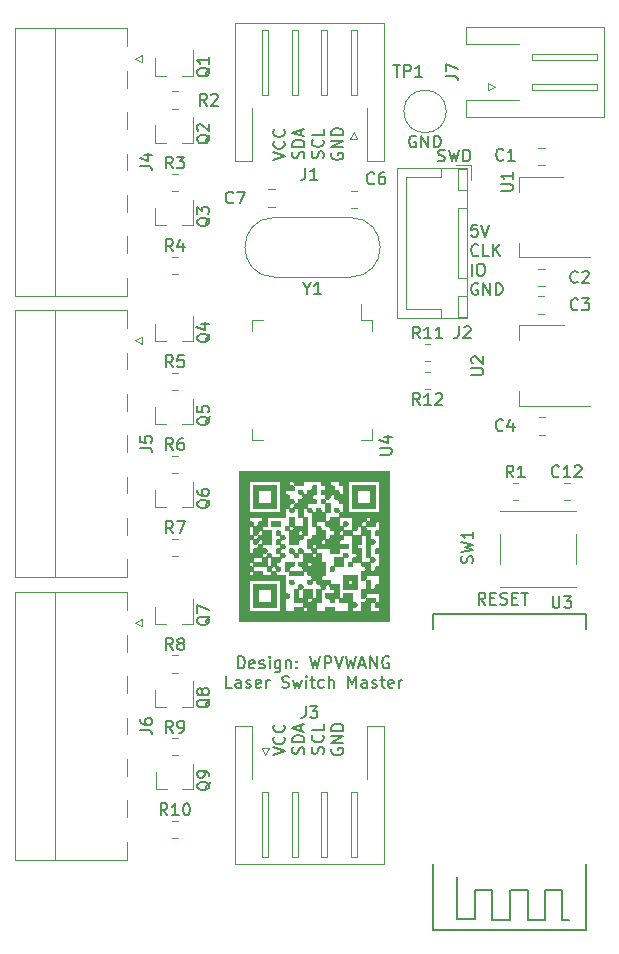
<source format=gbr>
G04 #@! TF.GenerationSoftware,KiCad,Pcbnew,5.1.9*
G04 #@! TF.CreationDate,2021-03-06T22:13:27+08:00*
G04 #@! TF.ProjectId,LaserSwitch-Master,4c617365-7253-4776-9974-63682d4d6173,rev?*
G04 #@! TF.SameCoordinates,Original*
G04 #@! TF.FileFunction,Legend,Top*
G04 #@! TF.FilePolarity,Positive*
%FSLAX46Y46*%
G04 Gerber Fmt 4.6, Leading zero omitted, Abs format (unit mm)*
G04 Created by KiCad (PCBNEW 5.1.9) date 2021-03-06 22:13:27*
%MOMM*%
%LPD*%
G01*
G04 APERTURE LIST*
%ADD10C,0.150000*%
%ADD11C,0.120000*%
%ADD12C,0.010000*%
G04 APERTURE END LIST*
D10*
X123799080Y-76618933D02*
X124799080Y-76285600D01*
X123799080Y-75952266D01*
X124703842Y-75047504D02*
X124751461Y-75095123D01*
X124799080Y-75237980D01*
X124799080Y-75333219D01*
X124751461Y-75476076D01*
X124656223Y-75571314D01*
X124560985Y-75618933D01*
X124370509Y-75666552D01*
X124227652Y-75666552D01*
X124037176Y-75618933D01*
X123941938Y-75571314D01*
X123846700Y-75476076D01*
X123799080Y-75333219D01*
X123799080Y-75237980D01*
X123846700Y-75095123D01*
X123894319Y-75047504D01*
X124703842Y-74047504D02*
X124751461Y-74095123D01*
X124799080Y-74237980D01*
X124799080Y-74333219D01*
X124751461Y-74476076D01*
X124656223Y-74571314D01*
X124560985Y-74618933D01*
X124370509Y-74666552D01*
X124227652Y-74666552D01*
X124037176Y-74618933D01*
X123941938Y-74571314D01*
X123846700Y-74476076D01*
X123799080Y-74333219D01*
X123799080Y-74237980D01*
X123846700Y-74095123D01*
X123894319Y-74047504D01*
X126401461Y-76499885D02*
X126449080Y-76357028D01*
X126449080Y-76118933D01*
X126401461Y-76023695D01*
X126353842Y-75976076D01*
X126258604Y-75928457D01*
X126163366Y-75928457D01*
X126068128Y-75976076D01*
X126020509Y-76023695D01*
X125972890Y-76118933D01*
X125925271Y-76309409D01*
X125877652Y-76404647D01*
X125830033Y-76452266D01*
X125734795Y-76499885D01*
X125639557Y-76499885D01*
X125544319Y-76452266D01*
X125496700Y-76404647D01*
X125449080Y-76309409D01*
X125449080Y-76071314D01*
X125496700Y-75928457D01*
X126449080Y-75499885D02*
X125449080Y-75499885D01*
X125449080Y-75261790D01*
X125496700Y-75118933D01*
X125591938Y-75023695D01*
X125687176Y-74976076D01*
X125877652Y-74928457D01*
X126020509Y-74928457D01*
X126210985Y-74976076D01*
X126306223Y-75023695D01*
X126401461Y-75118933D01*
X126449080Y-75261790D01*
X126449080Y-75499885D01*
X126163366Y-74547504D02*
X126163366Y-74071314D01*
X126449080Y-74642742D02*
X125449080Y-74309409D01*
X126449080Y-73976076D01*
X128051461Y-76476076D02*
X128099080Y-76333219D01*
X128099080Y-76095123D01*
X128051461Y-75999885D01*
X128003842Y-75952266D01*
X127908604Y-75904647D01*
X127813366Y-75904647D01*
X127718128Y-75952266D01*
X127670509Y-75999885D01*
X127622890Y-76095123D01*
X127575271Y-76285600D01*
X127527652Y-76380838D01*
X127480033Y-76428457D01*
X127384795Y-76476076D01*
X127289557Y-76476076D01*
X127194319Y-76428457D01*
X127146700Y-76380838D01*
X127099080Y-76285600D01*
X127099080Y-76047504D01*
X127146700Y-75904647D01*
X128003842Y-74904647D02*
X128051461Y-74952266D01*
X128099080Y-75095123D01*
X128099080Y-75190361D01*
X128051461Y-75333219D01*
X127956223Y-75428457D01*
X127860985Y-75476076D01*
X127670509Y-75523695D01*
X127527652Y-75523695D01*
X127337176Y-75476076D01*
X127241938Y-75428457D01*
X127146700Y-75333219D01*
X127099080Y-75190361D01*
X127099080Y-75095123D01*
X127146700Y-74952266D01*
X127194319Y-74904647D01*
X128099080Y-73999885D02*
X128099080Y-74476076D01*
X127099080Y-74476076D01*
X128796700Y-76047504D02*
X128749080Y-76142742D01*
X128749080Y-76285600D01*
X128796700Y-76428457D01*
X128891938Y-76523695D01*
X128987176Y-76571314D01*
X129177652Y-76618933D01*
X129320509Y-76618933D01*
X129510985Y-76571314D01*
X129606223Y-76523695D01*
X129701461Y-76428457D01*
X129749080Y-76285600D01*
X129749080Y-76190361D01*
X129701461Y-76047504D01*
X129653842Y-75999885D01*
X129320509Y-75999885D01*
X129320509Y-76190361D01*
X129749080Y-75571314D02*
X128749080Y-75571314D01*
X129749080Y-74999885D01*
X128749080Y-74999885D01*
X129749080Y-74523695D02*
X128749080Y-74523695D01*
X128749080Y-74285600D01*
X128796700Y-74142742D01*
X128891938Y-74047504D01*
X128987176Y-73999885D01*
X129177652Y-73952266D01*
X129320509Y-73952266D01*
X129510985Y-73999885D01*
X129606223Y-74047504D01*
X129701461Y-74142742D01*
X129749080Y-74285600D01*
X129749080Y-74523695D01*
X123799080Y-127037933D02*
X124799080Y-126704600D01*
X123799080Y-126371266D01*
X124703842Y-125466504D02*
X124751461Y-125514123D01*
X124799080Y-125656980D01*
X124799080Y-125752219D01*
X124751461Y-125895076D01*
X124656223Y-125990314D01*
X124560985Y-126037933D01*
X124370509Y-126085552D01*
X124227652Y-126085552D01*
X124037176Y-126037933D01*
X123941938Y-125990314D01*
X123846700Y-125895076D01*
X123799080Y-125752219D01*
X123799080Y-125656980D01*
X123846700Y-125514123D01*
X123894319Y-125466504D01*
X124703842Y-124466504D02*
X124751461Y-124514123D01*
X124799080Y-124656980D01*
X124799080Y-124752219D01*
X124751461Y-124895076D01*
X124656223Y-124990314D01*
X124560985Y-125037933D01*
X124370509Y-125085552D01*
X124227652Y-125085552D01*
X124037176Y-125037933D01*
X123941938Y-124990314D01*
X123846700Y-124895076D01*
X123799080Y-124752219D01*
X123799080Y-124656980D01*
X123846700Y-124514123D01*
X123894319Y-124466504D01*
X126401461Y-126918885D02*
X126449080Y-126776028D01*
X126449080Y-126537933D01*
X126401461Y-126442695D01*
X126353842Y-126395076D01*
X126258604Y-126347457D01*
X126163366Y-126347457D01*
X126068128Y-126395076D01*
X126020509Y-126442695D01*
X125972890Y-126537933D01*
X125925271Y-126728409D01*
X125877652Y-126823647D01*
X125830033Y-126871266D01*
X125734795Y-126918885D01*
X125639557Y-126918885D01*
X125544319Y-126871266D01*
X125496700Y-126823647D01*
X125449080Y-126728409D01*
X125449080Y-126490314D01*
X125496700Y-126347457D01*
X126449080Y-125918885D02*
X125449080Y-125918885D01*
X125449080Y-125680790D01*
X125496700Y-125537933D01*
X125591938Y-125442695D01*
X125687176Y-125395076D01*
X125877652Y-125347457D01*
X126020509Y-125347457D01*
X126210985Y-125395076D01*
X126306223Y-125442695D01*
X126401461Y-125537933D01*
X126449080Y-125680790D01*
X126449080Y-125918885D01*
X126163366Y-124966504D02*
X126163366Y-124490314D01*
X126449080Y-125061742D02*
X125449080Y-124728409D01*
X126449080Y-124395076D01*
X128051461Y-126895076D02*
X128099080Y-126752219D01*
X128099080Y-126514123D01*
X128051461Y-126418885D01*
X128003842Y-126371266D01*
X127908604Y-126323647D01*
X127813366Y-126323647D01*
X127718128Y-126371266D01*
X127670509Y-126418885D01*
X127622890Y-126514123D01*
X127575271Y-126704600D01*
X127527652Y-126799838D01*
X127480033Y-126847457D01*
X127384795Y-126895076D01*
X127289557Y-126895076D01*
X127194319Y-126847457D01*
X127146700Y-126799838D01*
X127099080Y-126704600D01*
X127099080Y-126466504D01*
X127146700Y-126323647D01*
X128003842Y-125323647D02*
X128051461Y-125371266D01*
X128099080Y-125514123D01*
X128099080Y-125609361D01*
X128051461Y-125752219D01*
X127956223Y-125847457D01*
X127860985Y-125895076D01*
X127670509Y-125942695D01*
X127527652Y-125942695D01*
X127337176Y-125895076D01*
X127241938Y-125847457D01*
X127146700Y-125752219D01*
X127099080Y-125609361D01*
X127099080Y-125514123D01*
X127146700Y-125371266D01*
X127194319Y-125323647D01*
X128099080Y-124418885D02*
X128099080Y-124895076D01*
X127099080Y-124895076D01*
X128796700Y-126466504D02*
X128749080Y-126561742D01*
X128749080Y-126704600D01*
X128796700Y-126847457D01*
X128891938Y-126942695D01*
X128987176Y-126990314D01*
X129177652Y-127037933D01*
X129320509Y-127037933D01*
X129510985Y-126990314D01*
X129606223Y-126942695D01*
X129701461Y-126847457D01*
X129749080Y-126704600D01*
X129749080Y-126609361D01*
X129701461Y-126466504D01*
X129653842Y-126418885D01*
X129320509Y-126418885D01*
X129320509Y-126609361D01*
X129749080Y-125990314D02*
X128749080Y-125990314D01*
X129749080Y-125418885D01*
X128749080Y-125418885D01*
X129749080Y-124942695D02*
X128749080Y-124942695D01*
X128749080Y-124704600D01*
X128796700Y-124561742D01*
X128891938Y-124466504D01*
X128987176Y-124418885D01*
X129177652Y-124371266D01*
X129320509Y-124371266D01*
X129510985Y-124418885D01*
X129606223Y-124466504D01*
X129701461Y-124561742D01*
X129749080Y-124704600D01*
X129749080Y-124942695D01*
X141778219Y-114269780D02*
X141444885Y-113793590D01*
X141206790Y-114269780D02*
X141206790Y-113269780D01*
X141587742Y-113269780D01*
X141682980Y-113317400D01*
X141730600Y-113365019D01*
X141778219Y-113460257D01*
X141778219Y-113603114D01*
X141730600Y-113698352D01*
X141682980Y-113745971D01*
X141587742Y-113793590D01*
X141206790Y-113793590D01*
X142206790Y-113745971D02*
X142540123Y-113745971D01*
X142682980Y-114269780D02*
X142206790Y-114269780D01*
X142206790Y-113269780D01*
X142682980Y-113269780D01*
X143063933Y-114222161D02*
X143206790Y-114269780D01*
X143444885Y-114269780D01*
X143540123Y-114222161D01*
X143587742Y-114174542D01*
X143635361Y-114079304D01*
X143635361Y-113984066D01*
X143587742Y-113888828D01*
X143540123Y-113841209D01*
X143444885Y-113793590D01*
X143254409Y-113745971D01*
X143159171Y-113698352D01*
X143111552Y-113650733D01*
X143063933Y-113555495D01*
X143063933Y-113460257D01*
X143111552Y-113365019D01*
X143159171Y-113317400D01*
X143254409Y-113269780D01*
X143492504Y-113269780D01*
X143635361Y-113317400D01*
X144063933Y-113745971D02*
X144397266Y-113745971D01*
X144540123Y-114269780D02*
X144063933Y-114269780D01*
X144063933Y-113269780D01*
X144540123Y-113269780D01*
X144825838Y-113269780D02*
X145397266Y-113269780D01*
X145111552Y-114269780D02*
X145111552Y-113269780D01*
X141095985Y-82118180D02*
X140619795Y-82118180D01*
X140572176Y-82594371D01*
X140619795Y-82546752D01*
X140715033Y-82499133D01*
X140953128Y-82499133D01*
X141048366Y-82546752D01*
X141095985Y-82594371D01*
X141143604Y-82689609D01*
X141143604Y-82927704D01*
X141095985Y-83022942D01*
X141048366Y-83070561D01*
X140953128Y-83118180D01*
X140715033Y-83118180D01*
X140619795Y-83070561D01*
X140572176Y-83022942D01*
X141429319Y-82118180D02*
X141762652Y-83118180D01*
X142095985Y-82118180D01*
X141191223Y-84672942D02*
X141143604Y-84720561D01*
X141000747Y-84768180D01*
X140905509Y-84768180D01*
X140762652Y-84720561D01*
X140667414Y-84625323D01*
X140619795Y-84530085D01*
X140572176Y-84339609D01*
X140572176Y-84196752D01*
X140619795Y-84006276D01*
X140667414Y-83911038D01*
X140762652Y-83815800D01*
X140905509Y-83768180D01*
X141000747Y-83768180D01*
X141143604Y-83815800D01*
X141191223Y-83863419D01*
X142095985Y-84768180D02*
X141619795Y-84768180D01*
X141619795Y-83768180D01*
X142429319Y-84768180D02*
X142429319Y-83768180D01*
X143000747Y-84768180D02*
X142572176Y-84196752D01*
X143000747Y-83768180D02*
X142429319Y-84339609D01*
X140619795Y-86418180D02*
X140619795Y-85418180D01*
X141286461Y-85418180D02*
X141476938Y-85418180D01*
X141572176Y-85465800D01*
X141667414Y-85561038D01*
X141715033Y-85751514D01*
X141715033Y-86084847D01*
X141667414Y-86275323D01*
X141572176Y-86370561D01*
X141476938Y-86418180D01*
X141286461Y-86418180D01*
X141191223Y-86370561D01*
X141095985Y-86275323D01*
X141048366Y-86084847D01*
X141048366Y-85751514D01*
X141095985Y-85561038D01*
X141191223Y-85465800D01*
X141286461Y-85418180D01*
X141143604Y-87115800D02*
X141048366Y-87068180D01*
X140905509Y-87068180D01*
X140762652Y-87115800D01*
X140667414Y-87211038D01*
X140619795Y-87306276D01*
X140572176Y-87496752D01*
X140572176Y-87639609D01*
X140619795Y-87830085D01*
X140667414Y-87925323D01*
X140762652Y-88020561D01*
X140905509Y-88068180D01*
X141000747Y-88068180D01*
X141143604Y-88020561D01*
X141191223Y-87972942D01*
X141191223Y-87639609D01*
X141000747Y-87639609D01*
X141619795Y-88068180D02*
X141619795Y-87068180D01*
X142191223Y-88068180D01*
X142191223Y-87068180D01*
X142667414Y-88068180D02*
X142667414Y-87068180D01*
X142905509Y-87068180D01*
X143048366Y-87115800D01*
X143143604Y-87211038D01*
X143191223Y-87306276D01*
X143238842Y-87496752D01*
X143238842Y-87639609D01*
X143191223Y-87830085D01*
X143143604Y-87925323D01*
X143048366Y-88020561D01*
X142905509Y-88068180D01*
X142667414Y-88068180D01*
X137784057Y-76706361D02*
X137926914Y-76753980D01*
X138165009Y-76753980D01*
X138260247Y-76706361D01*
X138307866Y-76658742D01*
X138355485Y-76563504D01*
X138355485Y-76468266D01*
X138307866Y-76373028D01*
X138260247Y-76325409D01*
X138165009Y-76277790D01*
X137974533Y-76230171D01*
X137879295Y-76182552D01*
X137831676Y-76134933D01*
X137784057Y-76039695D01*
X137784057Y-75944457D01*
X137831676Y-75849219D01*
X137879295Y-75801600D01*
X137974533Y-75753980D01*
X138212628Y-75753980D01*
X138355485Y-75801600D01*
X138688819Y-75753980D02*
X138926914Y-76753980D01*
X139117390Y-76039695D01*
X139307866Y-76753980D01*
X139545961Y-75753980D01*
X139926914Y-76753980D02*
X139926914Y-75753980D01*
X140165009Y-75753980D01*
X140307866Y-75801600D01*
X140403104Y-75896838D01*
X140450723Y-75992076D01*
X140498342Y-76182552D01*
X140498342Y-76325409D01*
X140450723Y-76515885D01*
X140403104Y-76611123D01*
X140307866Y-76706361D01*
X140165009Y-76753980D01*
X139926914Y-76753980D01*
X135890095Y-74607800D02*
X135794857Y-74560180D01*
X135652000Y-74560180D01*
X135509142Y-74607800D01*
X135413904Y-74703038D01*
X135366285Y-74798276D01*
X135318666Y-74988752D01*
X135318666Y-75131609D01*
X135366285Y-75322085D01*
X135413904Y-75417323D01*
X135509142Y-75512561D01*
X135652000Y-75560180D01*
X135747238Y-75560180D01*
X135890095Y-75512561D01*
X135937714Y-75464942D01*
X135937714Y-75131609D01*
X135747238Y-75131609D01*
X136366285Y-75560180D02*
X136366285Y-74560180D01*
X136937714Y-75560180D01*
X136937714Y-74560180D01*
X137413904Y-75560180D02*
X137413904Y-74560180D01*
X137652000Y-74560180D01*
X137794857Y-74607800D01*
X137890095Y-74703038D01*
X137937714Y-74798276D01*
X137985333Y-74988752D01*
X137985333Y-75131609D01*
X137937714Y-75322085D01*
X137890095Y-75417323D01*
X137794857Y-75512561D01*
X137652000Y-75560180D01*
X137413904Y-75560180D01*
X120847647Y-119667780D02*
X120847647Y-118667780D01*
X121085742Y-118667780D01*
X121228600Y-118715400D01*
X121323838Y-118810638D01*
X121371457Y-118905876D01*
X121419076Y-119096352D01*
X121419076Y-119239209D01*
X121371457Y-119429685D01*
X121323838Y-119524923D01*
X121228600Y-119620161D01*
X121085742Y-119667780D01*
X120847647Y-119667780D01*
X122228600Y-119620161D02*
X122133361Y-119667780D01*
X121942885Y-119667780D01*
X121847647Y-119620161D01*
X121800028Y-119524923D01*
X121800028Y-119143971D01*
X121847647Y-119048733D01*
X121942885Y-119001114D01*
X122133361Y-119001114D01*
X122228600Y-119048733D01*
X122276219Y-119143971D01*
X122276219Y-119239209D01*
X121800028Y-119334447D01*
X122657171Y-119620161D02*
X122752409Y-119667780D01*
X122942885Y-119667780D01*
X123038123Y-119620161D01*
X123085742Y-119524923D01*
X123085742Y-119477304D01*
X123038123Y-119382066D01*
X122942885Y-119334447D01*
X122800028Y-119334447D01*
X122704790Y-119286828D01*
X122657171Y-119191590D01*
X122657171Y-119143971D01*
X122704790Y-119048733D01*
X122800028Y-119001114D01*
X122942885Y-119001114D01*
X123038123Y-119048733D01*
X123514314Y-119667780D02*
X123514314Y-119001114D01*
X123514314Y-118667780D02*
X123466695Y-118715400D01*
X123514314Y-118763019D01*
X123561933Y-118715400D01*
X123514314Y-118667780D01*
X123514314Y-118763019D01*
X124419076Y-119001114D02*
X124419076Y-119810638D01*
X124371457Y-119905876D01*
X124323838Y-119953495D01*
X124228600Y-120001114D01*
X124085742Y-120001114D01*
X123990504Y-119953495D01*
X124419076Y-119620161D02*
X124323838Y-119667780D01*
X124133361Y-119667780D01*
X124038123Y-119620161D01*
X123990504Y-119572542D01*
X123942885Y-119477304D01*
X123942885Y-119191590D01*
X123990504Y-119096352D01*
X124038123Y-119048733D01*
X124133361Y-119001114D01*
X124323838Y-119001114D01*
X124419076Y-119048733D01*
X124895266Y-119001114D02*
X124895266Y-119667780D01*
X124895266Y-119096352D02*
X124942885Y-119048733D01*
X125038123Y-119001114D01*
X125180980Y-119001114D01*
X125276219Y-119048733D01*
X125323838Y-119143971D01*
X125323838Y-119667780D01*
X125800028Y-119572542D02*
X125847647Y-119620161D01*
X125800028Y-119667780D01*
X125752409Y-119620161D01*
X125800028Y-119572542D01*
X125800028Y-119667780D01*
X125800028Y-119048733D02*
X125847647Y-119096352D01*
X125800028Y-119143971D01*
X125752409Y-119096352D01*
X125800028Y-119048733D01*
X125800028Y-119143971D01*
X126942885Y-118667780D02*
X127180980Y-119667780D01*
X127371457Y-118953495D01*
X127561933Y-119667780D01*
X127800028Y-118667780D01*
X128180980Y-119667780D02*
X128180980Y-118667780D01*
X128561933Y-118667780D01*
X128657171Y-118715400D01*
X128704790Y-118763019D01*
X128752409Y-118858257D01*
X128752409Y-119001114D01*
X128704790Y-119096352D01*
X128657171Y-119143971D01*
X128561933Y-119191590D01*
X128180980Y-119191590D01*
X129038123Y-118667780D02*
X129371457Y-119667780D01*
X129704790Y-118667780D01*
X129942885Y-118667780D02*
X130180980Y-119667780D01*
X130371457Y-118953495D01*
X130561933Y-119667780D01*
X130800028Y-118667780D01*
X131133361Y-119382066D02*
X131609552Y-119382066D01*
X131038123Y-119667780D02*
X131371457Y-118667780D01*
X131704790Y-119667780D01*
X132038123Y-119667780D02*
X132038123Y-118667780D01*
X132609552Y-119667780D01*
X132609552Y-118667780D01*
X133609552Y-118715400D02*
X133514314Y-118667780D01*
X133371457Y-118667780D01*
X133228600Y-118715400D01*
X133133361Y-118810638D01*
X133085742Y-118905876D01*
X133038123Y-119096352D01*
X133038123Y-119239209D01*
X133085742Y-119429685D01*
X133133361Y-119524923D01*
X133228600Y-119620161D01*
X133371457Y-119667780D01*
X133466695Y-119667780D01*
X133609552Y-119620161D01*
X133657171Y-119572542D01*
X133657171Y-119239209D01*
X133466695Y-119239209D01*
X120323838Y-121317780D02*
X119847647Y-121317780D01*
X119847647Y-120317780D01*
X121085742Y-121317780D02*
X121085742Y-120793971D01*
X121038123Y-120698733D01*
X120942885Y-120651114D01*
X120752409Y-120651114D01*
X120657171Y-120698733D01*
X121085742Y-121270161D02*
X120990504Y-121317780D01*
X120752409Y-121317780D01*
X120657171Y-121270161D01*
X120609552Y-121174923D01*
X120609552Y-121079685D01*
X120657171Y-120984447D01*
X120752409Y-120936828D01*
X120990504Y-120936828D01*
X121085742Y-120889209D01*
X121514314Y-121270161D02*
X121609552Y-121317780D01*
X121800028Y-121317780D01*
X121895266Y-121270161D01*
X121942885Y-121174923D01*
X121942885Y-121127304D01*
X121895266Y-121032066D01*
X121800028Y-120984447D01*
X121657171Y-120984447D01*
X121561933Y-120936828D01*
X121514314Y-120841590D01*
X121514314Y-120793971D01*
X121561933Y-120698733D01*
X121657171Y-120651114D01*
X121800028Y-120651114D01*
X121895266Y-120698733D01*
X122752409Y-121270161D02*
X122657171Y-121317780D01*
X122466695Y-121317780D01*
X122371457Y-121270161D01*
X122323838Y-121174923D01*
X122323838Y-120793971D01*
X122371457Y-120698733D01*
X122466695Y-120651114D01*
X122657171Y-120651114D01*
X122752409Y-120698733D01*
X122800028Y-120793971D01*
X122800028Y-120889209D01*
X122323838Y-120984447D01*
X123228600Y-121317780D02*
X123228600Y-120651114D01*
X123228600Y-120841590D02*
X123276219Y-120746352D01*
X123323838Y-120698733D01*
X123419076Y-120651114D01*
X123514314Y-120651114D01*
X124561933Y-121270161D02*
X124704790Y-121317780D01*
X124942885Y-121317780D01*
X125038123Y-121270161D01*
X125085742Y-121222542D01*
X125133361Y-121127304D01*
X125133361Y-121032066D01*
X125085742Y-120936828D01*
X125038123Y-120889209D01*
X124942885Y-120841590D01*
X124752409Y-120793971D01*
X124657171Y-120746352D01*
X124609552Y-120698733D01*
X124561933Y-120603495D01*
X124561933Y-120508257D01*
X124609552Y-120413019D01*
X124657171Y-120365400D01*
X124752409Y-120317780D01*
X124990504Y-120317780D01*
X125133361Y-120365400D01*
X125466695Y-120651114D02*
X125657171Y-121317780D01*
X125847647Y-120841590D01*
X126038123Y-121317780D01*
X126228600Y-120651114D01*
X126609552Y-121317780D02*
X126609552Y-120651114D01*
X126609552Y-120317780D02*
X126561933Y-120365400D01*
X126609552Y-120413019D01*
X126657171Y-120365400D01*
X126609552Y-120317780D01*
X126609552Y-120413019D01*
X126942885Y-120651114D02*
X127323838Y-120651114D01*
X127085742Y-120317780D02*
X127085742Y-121174923D01*
X127133361Y-121270161D01*
X127228600Y-121317780D01*
X127323838Y-121317780D01*
X128085742Y-121270161D02*
X127990504Y-121317780D01*
X127800028Y-121317780D01*
X127704790Y-121270161D01*
X127657171Y-121222542D01*
X127609552Y-121127304D01*
X127609552Y-120841590D01*
X127657171Y-120746352D01*
X127704790Y-120698733D01*
X127800028Y-120651114D01*
X127990504Y-120651114D01*
X128085742Y-120698733D01*
X128514314Y-121317780D02*
X128514314Y-120317780D01*
X128942885Y-121317780D02*
X128942885Y-120793971D01*
X128895266Y-120698733D01*
X128800028Y-120651114D01*
X128657171Y-120651114D01*
X128561933Y-120698733D01*
X128514314Y-120746352D01*
X130180980Y-121317780D02*
X130180980Y-120317780D01*
X130514314Y-121032066D01*
X130847647Y-120317780D01*
X130847647Y-121317780D01*
X131752409Y-121317780D02*
X131752409Y-120793971D01*
X131704790Y-120698733D01*
X131609552Y-120651114D01*
X131419076Y-120651114D01*
X131323838Y-120698733D01*
X131752409Y-121270161D02*
X131657171Y-121317780D01*
X131419076Y-121317780D01*
X131323838Y-121270161D01*
X131276219Y-121174923D01*
X131276219Y-121079685D01*
X131323838Y-120984447D01*
X131419076Y-120936828D01*
X131657171Y-120936828D01*
X131752409Y-120889209D01*
X132180980Y-121270161D02*
X132276219Y-121317780D01*
X132466695Y-121317780D01*
X132561933Y-121270161D01*
X132609552Y-121174923D01*
X132609552Y-121127304D01*
X132561933Y-121032066D01*
X132466695Y-120984447D01*
X132323838Y-120984447D01*
X132228600Y-120936828D01*
X132180980Y-120841590D01*
X132180980Y-120793971D01*
X132228600Y-120698733D01*
X132323838Y-120651114D01*
X132466695Y-120651114D01*
X132561933Y-120698733D01*
X132895266Y-120651114D02*
X133276219Y-120651114D01*
X133038123Y-120317780D02*
X133038123Y-121174923D01*
X133085742Y-121270161D01*
X133180980Y-121317780D01*
X133276219Y-121317780D01*
X133990504Y-121270161D02*
X133895266Y-121317780D01*
X133704790Y-121317780D01*
X133609552Y-121270161D01*
X133561933Y-121174923D01*
X133561933Y-120793971D01*
X133609552Y-120698733D01*
X133704790Y-120651114D01*
X133895266Y-120651114D01*
X133990504Y-120698733D01*
X134038123Y-120793971D01*
X134038123Y-120889209D01*
X133561933Y-120984447D01*
X134466695Y-121317780D02*
X134466695Y-120651114D01*
X134466695Y-120841590D02*
X134514314Y-120746352D01*
X134561933Y-120698733D01*
X134657171Y-120651114D01*
X134752409Y-120651114D01*
D11*
G04 #@! TO.C,TP1*
X138477400Y-72517000D02*
G75*
G03*
X138477400Y-72517000I-1800000J0D01*
G01*
D12*
G04 #@! TO.C,G\u002A\u002A\u002A*
G36*
X133604000Y-115671600D02*
G01*
X120904000Y-115671600D01*
X120904000Y-112179100D01*
X121729500Y-112179100D01*
X121729500Y-114846100D01*
X124396500Y-114846100D01*
X124396500Y-112179100D01*
X121729500Y-112179100D01*
X120904000Y-112179100D01*
X120904000Y-106845100D01*
X121729500Y-106845100D01*
X121729500Y-107035600D01*
X121745234Y-107170531D01*
X121819454Y-107220263D01*
X121920000Y-107226100D01*
X122054931Y-107241834D01*
X122104663Y-107316054D01*
X122110500Y-107416600D01*
X122094765Y-107551531D01*
X122020545Y-107601263D01*
X121920000Y-107607100D01*
X121729500Y-107607100D01*
X121729500Y-108369100D01*
X121920000Y-108369100D01*
X122054931Y-108384834D01*
X122104663Y-108459054D01*
X122110500Y-108559600D01*
X122094765Y-108694531D01*
X122020545Y-108744263D01*
X121920000Y-108750100D01*
X121729500Y-108750100D01*
X121729500Y-109893100D01*
X121920000Y-109893100D01*
X122054931Y-109877365D01*
X122104663Y-109803145D01*
X122110500Y-109702600D01*
X122126234Y-109567668D01*
X122200454Y-109517936D01*
X122301000Y-109512100D01*
X122435931Y-109496365D01*
X122485663Y-109422145D01*
X122491500Y-109321600D01*
X122507234Y-109186668D01*
X122581454Y-109136936D01*
X122682000Y-109131100D01*
X122816931Y-109146834D01*
X122866663Y-109221054D01*
X122872500Y-109321600D01*
X122888234Y-109456531D01*
X122962454Y-109506263D01*
X123063000Y-109512100D01*
X123197931Y-109527834D01*
X123247663Y-109602054D01*
X123253500Y-109702600D01*
X123237765Y-109837531D01*
X123163545Y-109887263D01*
X123063000Y-109893100D01*
X122928068Y-109908834D01*
X122878336Y-109983054D01*
X122872500Y-110083600D01*
X122872500Y-110274100D01*
X122110500Y-110274100D01*
X122110500Y-110464600D01*
X122094765Y-110599531D01*
X122020545Y-110649263D01*
X121920000Y-110655100D01*
X121785068Y-110670834D01*
X121735336Y-110745054D01*
X121729500Y-110845600D01*
X121745234Y-110980531D01*
X121819454Y-111030263D01*
X121920000Y-111036100D01*
X122054931Y-111051834D01*
X122104663Y-111126054D01*
X122110500Y-111226600D01*
X122094765Y-111361531D01*
X122020545Y-111411263D01*
X121920000Y-111417100D01*
X121785068Y-111432834D01*
X121735336Y-111507054D01*
X121729500Y-111607600D01*
X121745234Y-111742531D01*
X121819454Y-111792263D01*
X121920000Y-111798100D01*
X122054931Y-111782365D01*
X122104663Y-111708145D01*
X122110500Y-111607600D01*
X122110500Y-111417100D01*
X122872500Y-111417100D01*
X122872500Y-111798100D01*
X123634500Y-111798100D01*
X123634500Y-111607600D01*
X123650234Y-111472668D01*
X123724454Y-111422936D01*
X123825000Y-111417100D01*
X123959931Y-111432834D01*
X124009663Y-111507054D01*
X124015500Y-111607600D01*
X124015500Y-111798100D01*
X124777500Y-111798100D01*
X124777500Y-113322100D01*
X124968000Y-113322100D01*
X125102931Y-113337834D01*
X125152663Y-113412054D01*
X125158500Y-113512600D01*
X125142765Y-113647531D01*
X125068545Y-113697263D01*
X124968000Y-113703100D01*
X124777500Y-113703100D01*
X124777500Y-114846100D01*
X125539500Y-114846100D01*
X125539500Y-114465100D01*
X126301500Y-114465100D01*
X126301500Y-114655600D01*
X126317234Y-114790531D01*
X126391454Y-114840263D01*
X126492000Y-114846100D01*
X126626931Y-114830365D01*
X126676663Y-114756145D01*
X126682500Y-114655600D01*
X126666765Y-114520668D01*
X126592545Y-114470936D01*
X126492000Y-114465100D01*
X126357068Y-114449365D01*
X126307336Y-114375145D01*
X126301500Y-114274600D01*
X126301500Y-114084100D01*
X125539500Y-114084100D01*
X125539500Y-112941100D01*
X125920500Y-112941100D01*
X125920500Y-113703100D01*
X126301500Y-113703100D01*
X126301500Y-112941100D01*
X127063500Y-112941100D01*
X127063500Y-113703100D01*
X126873000Y-113703100D01*
X126738068Y-113718834D01*
X126688336Y-113793054D01*
X126682500Y-113893600D01*
X126698234Y-114028531D01*
X126772454Y-114078263D01*
X126873000Y-114084100D01*
X127007931Y-114068365D01*
X127057663Y-113994145D01*
X127063500Y-113893600D01*
X127079234Y-113758668D01*
X127153454Y-113708936D01*
X127254000Y-113703100D01*
X127444500Y-113703100D01*
X127444500Y-112941100D01*
X127825500Y-112941100D01*
X127825500Y-114084100D01*
X127444500Y-114084100D01*
X127444500Y-114846100D01*
X128206500Y-114846100D01*
X128206500Y-114465100D01*
X128968500Y-114465100D01*
X128968500Y-114846100D01*
X130111500Y-114846100D01*
X130111500Y-114084100D01*
X129349500Y-114084100D01*
X129349500Y-113893600D01*
X129365234Y-113758668D01*
X129439454Y-113708936D01*
X129540000Y-113703100D01*
X129674931Y-113687365D01*
X129724663Y-113613145D01*
X129730500Y-113512600D01*
X129730500Y-113322100D01*
X130492500Y-113322100D01*
X130492500Y-114084100D01*
X130683000Y-114084100D01*
X130817931Y-114099834D01*
X130867663Y-114174054D01*
X130873500Y-114274600D01*
X130857765Y-114409531D01*
X130783545Y-114459263D01*
X130683000Y-114465100D01*
X130548068Y-114480834D01*
X130498336Y-114555054D01*
X130492500Y-114655600D01*
X130492500Y-114846100D01*
X131254500Y-114846100D01*
X131254500Y-114084100D01*
X131445000Y-114084100D01*
X131579931Y-114068365D01*
X131629663Y-113994145D01*
X131635500Y-113893600D01*
X131635500Y-113703100D01*
X132397500Y-113703100D01*
X132397500Y-113893600D01*
X132381765Y-114028531D01*
X132307545Y-114078263D01*
X132207000Y-114084100D01*
X132016500Y-114084100D01*
X132016500Y-114846100D01*
X132778500Y-114846100D01*
X132778500Y-114655600D01*
X132762765Y-114520668D01*
X132688545Y-114470936D01*
X132588000Y-114465100D01*
X132453068Y-114449365D01*
X132403336Y-114375145D01*
X132397500Y-114274600D01*
X132413234Y-114139668D01*
X132487454Y-114089936D01*
X132588000Y-114084100D01*
X132778500Y-114084100D01*
X132778500Y-113322100D01*
X131635500Y-113322100D01*
X131635500Y-113512600D01*
X131619765Y-113647531D01*
X131545545Y-113697263D01*
X131445000Y-113703100D01*
X131254500Y-113703100D01*
X131254500Y-112941100D01*
X131635500Y-112941100D01*
X131635500Y-112179100D01*
X132016500Y-112179100D01*
X132016500Y-112941100D01*
X132207000Y-112941100D01*
X132341931Y-112925365D01*
X132391663Y-112851145D01*
X132397500Y-112750600D01*
X132413234Y-112615668D01*
X132487454Y-112565936D01*
X132588000Y-112560100D01*
X132778500Y-112560100D01*
X132778500Y-111798100D01*
X131635500Y-111798100D01*
X131635500Y-111988600D01*
X131619765Y-112123531D01*
X131545545Y-112173263D01*
X131445000Y-112179100D01*
X131254500Y-112179100D01*
X131254500Y-111417100D01*
X131445000Y-111417100D01*
X131579931Y-111401365D01*
X131629663Y-111327145D01*
X131635500Y-111226600D01*
X131619765Y-111091668D01*
X131545545Y-111041936D01*
X131445000Y-111036100D01*
X131310068Y-111020365D01*
X131260336Y-110946145D01*
X131254500Y-110845600D01*
X131254500Y-110655100D01*
X132016500Y-110655100D01*
X132016500Y-111417100D01*
X132207000Y-111417100D01*
X132341931Y-111401365D01*
X132391663Y-111327145D01*
X132397500Y-111226600D01*
X132413234Y-111091668D01*
X132487454Y-111041936D01*
X132588000Y-111036100D01*
X132778500Y-111036100D01*
X132778500Y-109893100D01*
X132588000Y-109893100D01*
X132453068Y-109877365D01*
X132403336Y-109803145D01*
X132397500Y-109702600D01*
X132413234Y-109567668D01*
X132487454Y-109517936D01*
X132588000Y-109512100D01*
X132778500Y-109512100D01*
X132778500Y-108369100D01*
X132588000Y-108369100D01*
X132453068Y-108353365D01*
X132403336Y-108279145D01*
X132397500Y-108178600D01*
X132413234Y-108043668D01*
X132487454Y-107993936D01*
X132588000Y-107988100D01*
X132778500Y-107988100D01*
X132778500Y-107226100D01*
X132588000Y-107226100D01*
X132453068Y-107241834D01*
X132403336Y-107316054D01*
X132397500Y-107416600D01*
X132397500Y-107607100D01*
X131635500Y-107607100D01*
X131635500Y-107416600D01*
X131651234Y-107281668D01*
X131725454Y-107231936D01*
X131826000Y-107226100D01*
X131960931Y-107210365D01*
X132010663Y-107136145D01*
X132016500Y-107035600D01*
X132000765Y-106900668D01*
X131926545Y-106850936D01*
X131826000Y-106845100D01*
X131691068Y-106860834D01*
X131641336Y-106935054D01*
X131635500Y-107035600D01*
X131619765Y-107170531D01*
X131545545Y-107220263D01*
X131445000Y-107226100D01*
X131310068Y-107241834D01*
X131260336Y-107316054D01*
X131254500Y-107416600D01*
X131238765Y-107551531D01*
X131164545Y-107601263D01*
X131064000Y-107607100D01*
X130929068Y-107622834D01*
X130879336Y-107697054D01*
X130873500Y-107797600D01*
X130857765Y-107932531D01*
X130783545Y-107982263D01*
X130683000Y-107988100D01*
X130492500Y-107988100D01*
X130492500Y-106845100D01*
X129349500Y-106845100D01*
X129349500Y-106654600D01*
X129365234Y-106519668D01*
X129439454Y-106469936D01*
X129540000Y-106464100D01*
X129730500Y-106464100D01*
X129730500Y-105702100D01*
X129540000Y-105702100D01*
X129405068Y-105686365D01*
X129355336Y-105612145D01*
X129349500Y-105511600D01*
X129333765Y-105376668D01*
X129259545Y-105326936D01*
X129159000Y-105321100D01*
X129024068Y-105305365D01*
X128974336Y-105231145D01*
X128968500Y-105130600D01*
X128952765Y-104995668D01*
X128878545Y-104945936D01*
X128778000Y-104940100D01*
X128643068Y-104955834D01*
X128593336Y-105030054D01*
X128587500Y-105130600D01*
X128571765Y-105265531D01*
X128497545Y-105315263D01*
X128397000Y-105321100D01*
X128262068Y-105305365D01*
X128212336Y-105231145D01*
X128206500Y-105130600D01*
X128190765Y-104995668D01*
X128116545Y-104945936D01*
X128016000Y-104940100D01*
X127881068Y-104924365D01*
X127831336Y-104850145D01*
X127825500Y-104749600D01*
X127841234Y-104614668D01*
X127915454Y-104564936D01*
X128016000Y-104559100D01*
X128150931Y-104543365D01*
X128200663Y-104469145D01*
X128206500Y-104368600D01*
X128190765Y-104233668D01*
X128116545Y-104183936D01*
X128016000Y-104178100D01*
X127881068Y-104162365D01*
X127831336Y-104088145D01*
X127825500Y-103987600D01*
X127825500Y-103797100D01*
X128587500Y-103797100D01*
X128587500Y-103987600D01*
X128603234Y-104122531D01*
X128677454Y-104172263D01*
X128778000Y-104178100D01*
X128912931Y-104193834D01*
X128962663Y-104268054D01*
X128968500Y-104368600D01*
X128984234Y-104503531D01*
X129058454Y-104553263D01*
X129159000Y-104559100D01*
X129293931Y-104574834D01*
X129343663Y-104649054D01*
X129349500Y-104749600D01*
X129365234Y-104884531D01*
X129439454Y-104934263D01*
X129540000Y-104940100D01*
X129730500Y-104940100D01*
X129730500Y-104178100D01*
X129540000Y-104178100D01*
X129405068Y-104162365D01*
X129355336Y-104088145D01*
X129349500Y-103987600D01*
X129349500Y-103797100D01*
X130111500Y-103797100D01*
X130111500Y-106464100D01*
X132778500Y-106464100D01*
X132778500Y-103797100D01*
X130111500Y-103797100D01*
X129349500Y-103797100D01*
X128587500Y-103797100D01*
X127825500Y-103797100D01*
X126301500Y-103797100D01*
X126301500Y-104178100D01*
X125539500Y-104178100D01*
X125539500Y-103987600D01*
X125523765Y-103852668D01*
X125449545Y-103802936D01*
X125349000Y-103797100D01*
X125214068Y-103812834D01*
X125164336Y-103887054D01*
X125158500Y-103987600D01*
X125174234Y-104122531D01*
X125248454Y-104172263D01*
X125349000Y-104178100D01*
X125483931Y-104193834D01*
X125533663Y-104268054D01*
X125539500Y-104368600D01*
X125539500Y-104559100D01*
X124777500Y-104559100D01*
X124777500Y-104749600D01*
X124793234Y-104884531D01*
X124867454Y-104934263D01*
X124968000Y-104940100D01*
X125102931Y-104955834D01*
X125152663Y-105030054D01*
X125158500Y-105130600D01*
X125174234Y-105265531D01*
X125248454Y-105315263D01*
X125349000Y-105321100D01*
X125483931Y-105336834D01*
X125533663Y-105411054D01*
X125539500Y-105511600D01*
X125523765Y-105646531D01*
X125449545Y-105696263D01*
X125349000Y-105702100D01*
X125214068Y-105717834D01*
X125164336Y-105792054D01*
X125158500Y-105892600D01*
X125142765Y-106027531D01*
X125068545Y-106077263D01*
X124968000Y-106083100D01*
X124777500Y-106083100D01*
X124777500Y-106845100D01*
X123253500Y-106845100D01*
X123253500Y-107607100D01*
X123063000Y-107607100D01*
X122928068Y-107622834D01*
X122878336Y-107697054D01*
X122872500Y-107797600D01*
X122856765Y-107932531D01*
X122782545Y-107982263D01*
X122682000Y-107988100D01*
X122547068Y-108003834D01*
X122497336Y-108078054D01*
X122491500Y-108178600D01*
X122475765Y-108313531D01*
X122401545Y-108363263D01*
X122301000Y-108369100D01*
X122110500Y-108369100D01*
X122110500Y-107607100D01*
X122301000Y-107607100D01*
X122435931Y-107591365D01*
X122485663Y-107517145D01*
X122491500Y-107416600D01*
X122507234Y-107281668D01*
X122581454Y-107231936D01*
X122682000Y-107226100D01*
X122816931Y-107210365D01*
X122866663Y-107136145D01*
X122872500Y-107035600D01*
X122872500Y-106845100D01*
X121729500Y-106845100D01*
X120904000Y-106845100D01*
X120904000Y-103797100D01*
X121729500Y-103797100D01*
X121729500Y-106464100D01*
X124396500Y-106464100D01*
X124396500Y-103797100D01*
X121729500Y-103797100D01*
X120904000Y-103797100D01*
X120904000Y-102971600D01*
X133604000Y-102971600D01*
X133604000Y-115671600D01*
G37*
X133604000Y-115671600D02*
X120904000Y-115671600D01*
X120904000Y-112179100D01*
X121729500Y-112179100D01*
X121729500Y-114846100D01*
X124396500Y-114846100D01*
X124396500Y-112179100D01*
X121729500Y-112179100D01*
X120904000Y-112179100D01*
X120904000Y-106845100D01*
X121729500Y-106845100D01*
X121729500Y-107035600D01*
X121745234Y-107170531D01*
X121819454Y-107220263D01*
X121920000Y-107226100D01*
X122054931Y-107241834D01*
X122104663Y-107316054D01*
X122110500Y-107416600D01*
X122094765Y-107551531D01*
X122020545Y-107601263D01*
X121920000Y-107607100D01*
X121729500Y-107607100D01*
X121729500Y-108369100D01*
X121920000Y-108369100D01*
X122054931Y-108384834D01*
X122104663Y-108459054D01*
X122110500Y-108559600D01*
X122094765Y-108694531D01*
X122020545Y-108744263D01*
X121920000Y-108750100D01*
X121729500Y-108750100D01*
X121729500Y-109893100D01*
X121920000Y-109893100D01*
X122054931Y-109877365D01*
X122104663Y-109803145D01*
X122110500Y-109702600D01*
X122126234Y-109567668D01*
X122200454Y-109517936D01*
X122301000Y-109512100D01*
X122435931Y-109496365D01*
X122485663Y-109422145D01*
X122491500Y-109321600D01*
X122507234Y-109186668D01*
X122581454Y-109136936D01*
X122682000Y-109131100D01*
X122816931Y-109146834D01*
X122866663Y-109221054D01*
X122872500Y-109321600D01*
X122888234Y-109456531D01*
X122962454Y-109506263D01*
X123063000Y-109512100D01*
X123197931Y-109527834D01*
X123247663Y-109602054D01*
X123253500Y-109702600D01*
X123237765Y-109837531D01*
X123163545Y-109887263D01*
X123063000Y-109893100D01*
X122928068Y-109908834D01*
X122878336Y-109983054D01*
X122872500Y-110083600D01*
X122872500Y-110274100D01*
X122110500Y-110274100D01*
X122110500Y-110464600D01*
X122094765Y-110599531D01*
X122020545Y-110649263D01*
X121920000Y-110655100D01*
X121785068Y-110670834D01*
X121735336Y-110745054D01*
X121729500Y-110845600D01*
X121745234Y-110980531D01*
X121819454Y-111030263D01*
X121920000Y-111036100D01*
X122054931Y-111051834D01*
X122104663Y-111126054D01*
X122110500Y-111226600D01*
X122094765Y-111361531D01*
X122020545Y-111411263D01*
X121920000Y-111417100D01*
X121785068Y-111432834D01*
X121735336Y-111507054D01*
X121729500Y-111607600D01*
X121745234Y-111742531D01*
X121819454Y-111792263D01*
X121920000Y-111798100D01*
X122054931Y-111782365D01*
X122104663Y-111708145D01*
X122110500Y-111607600D01*
X122110500Y-111417100D01*
X122872500Y-111417100D01*
X122872500Y-111798100D01*
X123634500Y-111798100D01*
X123634500Y-111607600D01*
X123650234Y-111472668D01*
X123724454Y-111422936D01*
X123825000Y-111417100D01*
X123959931Y-111432834D01*
X124009663Y-111507054D01*
X124015500Y-111607600D01*
X124015500Y-111798100D01*
X124777500Y-111798100D01*
X124777500Y-113322100D01*
X124968000Y-113322100D01*
X125102931Y-113337834D01*
X125152663Y-113412054D01*
X125158500Y-113512600D01*
X125142765Y-113647531D01*
X125068545Y-113697263D01*
X124968000Y-113703100D01*
X124777500Y-113703100D01*
X124777500Y-114846100D01*
X125539500Y-114846100D01*
X125539500Y-114465100D01*
X126301500Y-114465100D01*
X126301500Y-114655600D01*
X126317234Y-114790531D01*
X126391454Y-114840263D01*
X126492000Y-114846100D01*
X126626931Y-114830365D01*
X126676663Y-114756145D01*
X126682500Y-114655600D01*
X126666765Y-114520668D01*
X126592545Y-114470936D01*
X126492000Y-114465100D01*
X126357068Y-114449365D01*
X126307336Y-114375145D01*
X126301500Y-114274600D01*
X126301500Y-114084100D01*
X125539500Y-114084100D01*
X125539500Y-112941100D01*
X125920500Y-112941100D01*
X125920500Y-113703100D01*
X126301500Y-113703100D01*
X126301500Y-112941100D01*
X127063500Y-112941100D01*
X127063500Y-113703100D01*
X126873000Y-113703100D01*
X126738068Y-113718834D01*
X126688336Y-113793054D01*
X126682500Y-113893600D01*
X126698234Y-114028531D01*
X126772454Y-114078263D01*
X126873000Y-114084100D01*
X127007931Y-114068365D01*
X127057663Y-113994145D01*
X127063500Y-113893600D01*
X127079234Y-113758668D01*
X127153454Y-113708936D01*
X127254000Y-113703100D01*
X127444500Y-113703100D01*
X127444500Y-112941100D01*
X127825500Y-112941100D01*
X127825500Y-114084100D01*
X127444500Y-114084100D01*
X127444500Y-114846100D01*
X128206500Y-114846100D01*
X128206500Y-114465100D01*
X128968500Y-114465100D01*
X128968500Y-114846100D01*
X130111500Y-114846100D01*
X130111500Y-114084100D01*
X129349500Y-114084100D01*
X129349500Y-113893600D01*
X129365234Y-113758668D01*
X129439454Y-113708936D01*
X129540000Y-113703100D01*
X129674931Y-113687365D01*
X129724663Y-113613145D01*
X129730500Y-113512600D01*
X129730500Y-113322100D01*
X130492500Y-113322100D01*
X130492500Y-114084100D01*
X130683000Y-114084100D01*
X130817931Y-114099834D01*
X130867663Y-114174054D01*
X130873500Y-114274600D01*
X130857765Y-114409531D01*
X130783545Y-114459263D01*
X130683000Y-114465100D01*
X130548068Y-114480834D01*
X130498336Y-114555054D01*
X130492500Y-114655600D01*
X130492500Y-114846100D01*
X131254500Y-114846100D01*
X131254500Y-114084100D01*
X131445000Y-114084100D01*
X131579931Y-114068365D01*
X131629663Y-113994145D01*
X131635500Y-113893600D01*
X131635500Y-113703100D01*
X132397500Y-113703100D01*
X132397500Y-113893600D01*
X132381765Y-114028531D01*
X132307545Y-114078263D01*
X132207000Y-114084100D01*
X132016500Y-114084100D01*
X132016500Y-114846100D01*
X132778500Y-114846100D01*
X132778500Y-114655600D01*
X132762765Y-114520668D01*
X132688545Y-114470936D01*
X132588000Y-114465100D01*
X132453068Y-114449365D01*
X132403336Y-114375145D01*
X132397500Y-114274600D01*
X132413234Y-114139668D01*
X132487454Y-114089936D01*
X132588000Y-114084100D01*
X132778500Y-114084100D01*
X132778500Y-113322100D01*
X131635500Y-113322100D01*
X131635500Y-113512600D01*
X131619765Y-113647531D01*
X131545545Y-113697263D01*
X131445000Y-113703100D01*
X131254500Y-113703100D01*
X131254500Y-112941100D01*
X131635500Y-112941100D01*
X131635500Y-112179100D01*
X132016500Y-112179100D01*
X132016500Y-112941100D01*
X132207000Y-112941100D01*
X132341931Y-112925365D01*
X132391663Y-112851145D01*
X132397500Y-112750600D01*
X132413234Y-112615668D01*
X132487454Y-112565936D01*
X132588000Y-112560100D01*
X132778500Y-112560100D01*
X132778500Y-111798100D01*
X131635500Y-111798100D01*
X131635500Y-111988600D01*
X131619765Y-112123531D01*
X131545545Y-112173263D01*
X131445000Y-112179100D01*
X131254500Y-112179100D01*
X131254500Y-111417100D01*
X131445000Y-111417100D01*
X131579931Y-111401365D01*
X131629663Y-111327145D01*
X131635500Y-111226600D01*
X131619765Y-111091668D01*
X131545545Y-111041936D01*
X131445000Y-111036100D01*
X131310068Y-111020365D01*
X131260336Y-110946145D01*
X131254500Y-110845600D01*
X131254500Y-110655100D01*
X132016500Y-110655100D01*
X132016500Y-111417100D01*
X132207000Y-111417100D01*
X132341931Y-111401365D01*
X132391663Y-111327145D01*
X132397500Y-111226600D01*
X132413234Y-111091668D01*
X132487454Y-111041936D01*
X132588000Y-111036100D01*
X132778500Y-111036100D01*
X132778500Y-109893100D01*
X132588000Y-109893100D01*
X132453068Y-109877365D01*
X132403336Y-109803145D01*
X132397500Y-109702600D01*
X132413234Y-109567668D01*
X132487454Y-109517936D01*
X132588000Y-109512100D01*
X132778500Y-109512100D01*
X132778500Y-108369100D01*
X132588000Y-108369100D01*
X132453068Y-108353365D01*
X132403336Y-108279145D01*
X132397500Y-108178600D01*
X132413234Y-108043668D01*
X132487454Y-107993936D01*
X132588000Y-107988100D01*
X132778500Y-107988100D01*
X132778500Y-107226100D01*
X132588000Y-107226100D01*
X132453068Y-107241834D01*
X132403336Y-107316054D01*
X132397500Y-107416600D01*
X132397500Y-107607100D01*
X131635500Y-107607100D01*
X131635500Y-107416600D01*
X131651234Y-107281668D01*
X131725454Y-107231936D01*
X131826000Y-107226100D01*
X131960931Y-107210365D01*
X132010663Y-107136145D01*
X132016500Y-107035600D01*
X132000765Y-106900668D01*
X131926545Y-106850936D01*
X131826000Y-106845100D01*
X131691068Y-106860834D01*
X131641336Y-106935054D01*
X131635500Y-107035600D01*
X131619765Y-107170531D01*
X131545545Y-107220263D01*
X131445000Y-107226100D01*
X131310068Y-107241834D01*
X131260336Y-107316054D01*
X131254500Y-107416600D01*
X131238765Y-107551531D01*
X131164545Y-107601263D01*
X131064000Y-107607100D01*
X130929068Y-107622834D01*
X130879336Y-107697054D01*
X130873500Y-107797600D01*
X130857765Y-107932531D01*
X130783545Y-107982263D01*
X130683000Y-107988100D01*
X130492500Y-107988100D01*
X130492500Y-106845100D01*
X129349500Y-106845100D01*
X129349500Y-106654600D01*
X129365234Y-106519668D01*
X129439454Y-106469936D01*
X129540000Y-106464100D01*
X129730500Y-106464100D01*
X129730500Y-105702100D01*
X129540000Y-105702100D01*
X129405068Y-105686365D01*
X129355336Y-105612145D01*
X129349500Y-105511600D01*
X129333765Y-105376668D01*
X129259545Y-105326936D01*
X129159000Y-105321100D01*
X129024068Y-105305365D01*
X128974336Y-105231145D01*
X128968500Y-105130600D01*
X128952765Y-104995668D01*
X128878545Y-104945936D01*
X128778000Y-104940100D01*
X128643068Y-104955834D01*
X128593336Y-105030054D01*
X128587500Y-105130600D01*
X128571765Y-105265531D01*
X128497545Y-105315263D01*
X128397000Y-105321100D01*
X128262068Y-105305365D01*
X128212336Y-105231145D01*
X128206500Y-105130600D01*
X128190765Y-104995668D01*
X128116545Y-104945936D01*
X128016000Y-104940100D01*
X127881068Y-104924365D01*
X127831336Y-104850145D01*
X127825500Y-104749600D01*
X127841234Y-104614668D01*
X127915454Y-104564936D01*
X128016000Y-104559100D01*
X128150931Y-104543365D01*
X128200663Y-104469145D01*
X128206500Y-104368600D01*
X128190765Y-104233668D01*
X128116545Y-104183936D01*
X128016000Y-104178100D01*
X127881068Y-104162365D01*
X127831336Y-104088145D01*
X127825500Y-103987600D01*
X127825500Y-103797100D01*
X128587500Y-103797100D01*
X128587500Y-103987600D01*
X128603234Y-104122531D01*
X128677454Y-104172263D01*
X128778000Y-104178100D01*
X128912931Y-104193834D01*
X128962663Y-104268054D01*
X128968500Y-104368600D01*
X128984234Y-104503531D01*
X129058454Y-104553263D01*
X129159000Y-104559100D01*
X129293931Y-104574834D01*
X129343663Y-104649054D01*
X129349500Y-104749600D01*
X129365234Y-104884531D01*
X129439454Y-104934263D01*
X129540000Y-104940100D01*
X129730500Y-104940100D01*
X129730500Y-104178100D01*
X129540000Y-104178100D01*
X129405068Y-104162365D01*
X129355336Y-104088145D01*
X129349500Y-103987600D01*
X129349500Y-103797100D01*
X130111500Y-103797100D01*
X130111500Y-106464100D01*
X132778500Y-106464100D01*
X132778500Y-103797100D01*
X130111500Y-103797100D01*
X129349500Y-103797100D01*
X128587500Y-103797100D01*
X127825500Y-103797100D01*
X126301500Y-103797100D01*
X126301500Y-104178100D01*
X125539500Y-104178100D01*
X125539500Y-103987600D01*
X125523765Y-103852668D01*
X125449545Y-103802936D01*
X125349000Y-103797100D01*
X125214068Y-103812834D01*
X125164336Y-103887054D01*
X125158500Y-103987600D01*
X125174234Y-104122531D01*
X125248454Y-104172263D01*
X125349000Y-104178100D01*
X125483931Y-104193834D01*
X125533663Y-104268054D01*
X125539500Y-104368600D01*
X125539500Y-104559100D01*
X124777500Y-104559100D01*
X124777500Y-104749600D01*
X124793234Y-104884531D01*
X124867454Y-104934263D01*
X124968000Y-104940100D01*
X125102931Y-104955834D01*
X125152663Y-105030054D01*
X125158500Y-105130600D01*
X125174234Y-105265531D01*
X125248454Y-105315263D01*
X125349000Y-105321100D01*
X125483931Y-105336834D01*
X125533663Y-105411054D01*
X125539500Y-105511600D01*
X125523765Y-105646531D01*
X125449545Y-105696263D01*
X125349000Y-105702100D01*
X125214068Y-105717834D01*
X125164336Y-105792054D01*
X125158500Y-105892600D01*
X125142765Y-106027531D01*
X125068545Y-106077263D01*
X124968000Y-106083100D01*
X124777500Y-106083100D01*
X124777500Y-106845100D01*
X123253500Y-106845100D01*
X123253500Y-107607100D01*
X123063000Y-107607100D01*
X122928068Y-107622834D01*
X122878336Y-107697054D01*
X122872500Y-107797600D01*
X122856765Y-107932531D01*
X122782545Y-107982263D01*
X122682000Y-107988100D01*
X122547068Y-108003834D01*
X122497336Y-108078054D01*
X122491500Y-108178600D01*
X122475765Y-108313531D01*
X122401545Y-108363263D01*
X122301000Y-108369100D01*
X122110500Y-108369100D01*
X122110500Y-107607100D01*
X122301000Y-107607100D01*
X122435931Y-107591365D01*
X122485663Y-107517145D01*
X122491500Y-107416600D01*
X122507234Y-107281668D01*
X122581454Y-107231936D01*
X122682000Y-107226100D01*
X122816931Y-107210365D01*
X122866663Y-107136145D01*
X122872500Y-107035600D01*
X122872500Y-106845100D01*
X121729500Y-106845100D01*
X120904000Y-106845100D01*
X120904000Y-103797100D01*
X121729500Y-103797100D01*
X121729500Y-106464100D01*
X124396500Y-106464100D01*
X124396500Y-103797100D01*
X121729500Y-103797100D01*
X120904000Y-103797100D01*
X120904000Y-102971600D01*
X133604000Y-102971600D01*
X133604000Y-115671600D01*
G36*
X124015500Y-114465100D02*
G01*
X122110500Y-114465100D01*
X122110500Y-112941100D01*
X122491500Y-112941100D01*
X122491500Y-114084100D01*
X123634500Y-114084100D01*
X123634500Y-112941100D01*
X122491500Y-112941100D01*
X122110500Y-112941100D01*
X122110500Y-112560100D01*
X124015500Y-112560100D01*
X124015500Y-114465100D01*
G37*
X124015500Y-114465100D02*
X122110500Y-114465100D01*
X122110500Y-112941100D01*
X122491500Y-112941100D01*
X122491500Y-114084100D01*
X123634500Y-114084100D01*
X123634500Y-112941100D01*
X122491500Y-112941100D01*
X122110500Y-112941100D01*
X122110500Y-112560100D01*
X124015500Y-112560100D01*
X124015500Y-114465100D01*
G36*
X127444500Y-104940100D02*
G01*
X127254000Y-104940100D01*
X127119068Y-104955834D01*
X127069336Y-105030054D01*
X127063500Y-105130600D01*
X127079234Y-105265531D01*
X127153454Y-105315263D01*
X127254000Y-105321100D01*
X127388931Y-105336834D01*
X127438663Y-105411054D01*
X127444500Y-105511600D01*
X127444500Y-105702100D01*
X126682500Y-105702100D01*
X126682500Y-105892600D01*
X126698234Y-106027531D01*
X126772454Y-106077263D01*
X126873000Y-106083100D01*
X127007931Y-106098834D01*
X127057663Y-106173054D01*
X127063500Y-106273600D01*
X127079234Y-106408531D01*
X127153454Y-106458263D01*
X127254000Y-106464100D01*
X127388931Y-106448365D01*
X127438663Y-106374145D01*
X127444500Y-106273600D01*
X127460234Y-106138668D01*
X127534454Y-106088936D01*
X127635000Y-106083100D01*
X127769931Y-106098834D01*
X127819663Y-106173054D01*
X127825500Y-106273600D01*
X127841234Y-106408531D01*
X127915454Y-106458263D01*
X128016000Y-106464100D01*
X128206500Y-106464100D01*
X128206500Y-107226100D01*
X128397000Y-107226100D01*
X128531931Y-107210365D01*
X128581663Y-107136145D01*
X128587500Y-107035600D01*
X128587500Y-106845100D01*
X129349500Y-106845100D01*
X129349500Y-107607100D01*
X129540000Y-107607100D01*
X129674931Y-107591365D01*
X129724663Y-107517145D01*
X129730500Y-107416600D01*
X129746234Y-107281668D01*
X129820454Y-107231936D01*
X129921000Y-107226100D01*
X130055931Y-107241834D01*
X130105663Y-107316054D01*
X130111500Y-107416600D01*
X130095765Y-107551531D01*
X130021545Y-107601263D01*
X129921000Y-107607100D01*
X129786068Y-107622834D01*
X129736336Y-107697054D01*
X129730500Y-107797600D01*
X129730500Y-107988100D01*
X130492500Y-107988100D01*
X130492500Y-108369100D01*
X129730500Y-108369100D01*
X129730500Y-108559600D01*
X129714765Y-108694531D01*
X129640545Y-108744263D01*
X129540000Y-108750100D01*
X129405068Y-108765834D01*
X129355336Y-108840054D01*
X129349500Y-108940600D01*
X129349500Y-109131100D01*
X130111500Y-109131100D01*
X130111500Y-109512100D01*
X129349500Y-109512100D01*
X129349500Y-109893100D01*
X128587500Y-109893100D01*
X128587500Y-109512100D01*
X127444500Y-109512100D01*
X127444500Y-109702600D01*
X127460234Y-109837531D01*
X127534454Y-109887263D01*
X127635000Y-109893100D01*
X127825500Y-109893100D01*
X127825500Y-110655100D01*
X128206500Y-110655100D01*
X128206500Y-111798100D01*
X128016000Y-111798100D01*
X127881068Y-111813834D01*
X127831336Y-111888054D01*
X127825500Y-111988600D01*
X127825500Y-112179100D01*
X128587500Y-112179100D01*
X128587500Y-112560100D01*
X129349500Y-112560100D01*
X129349500Y-113703100D01*
X129159000Y-113703100D01*
X129024068Y-113718834D01*
X128974336Y-113793054D01*
X128968500Y-113893600D01*
X128952765Y-114028531D01*
X128878545Y-114078263D01*
X128778000Y-114084100D01*
X128643068Y-114068365D01*
X128593336Y-113994145D01*
X128587500Y-113893600D01*
X128571765Y-113758668D01*
X128497545Y-113708936D01*
X128397000Y-113703100D01*
X128262068Y-113687365D01*
X128212336Y-113613145D01*
X128206500Y-113512600D01*
X128206500Y-113322100D01*
X128968500Y-113322100D01*
X128968500Y-113131600D01*
X128952765Y-112996668D01*
X128878545Y-112946936D01*
X128778000Y-112941100D01*
X128643068Y-112925365D01*
X128593336Y-112851145D01*
X128587500Y-112750600D01*
X128571765Y-112615668D01*
X128497545Y-112565936D01*
X128397000Y-112560100D01*
X128262068Y-112575834D01*
X128212336Y-112650054D01*
X128206500Y-112750600D01*
X128190765Y-112885531D01*
X128116545Y-112935263D01*
X128016000Y-112941100D01*
X127881068Y-112925365D01*
X127831336Y-112851145D01*
X127825500Y-112750600D01*
X127809765Y-112615668D01*
X127735545Y-112565936D01*
X127635000Y-112560100D01*
X127500068Y-112544365D01*
X127450336Y-112470145D01*
X127444500Y-112369600D01*
X127428765Y-112234668D01*
X127354545Y-112184936D01*
X127254000Y-112179100D01*
X127119068Y-112194834D01*
X127069336Y-112269054D01*
X127063500Y-112369600D01*
X127047765Y-112504531D01*
X126973545Y-112554263D01*
X126873000Y-112560100D01*
X126738068Y-112544365D01*
X126688336Y-112470145D01*
X126682500Y-112369600D01*
X126698234Y-112234668D01*
X126772454Y-112184936D01*
X126873000Y-112179100D01*
X127007931Y-112163365D01*
X127057663Y-112089145D01*
X127063500Y-111988600D01*
X127047765Y-111853668D01*
X126973545Y-111803936D01*
X126873000Y-111798100D01*
X126738068Y-111782365D01*
X126688336Y-111708145D01*
X126682500Y-111607600D01*
X126666765Y-111472668D01*
X126592545Y-111422936D01*
X126492000Y-111417100D01*
X126357068Y-111432834D01*
X126307336Y-111507054D01*
X126301500Y-111607600D01*
X126301500Y-111798100D01*
X125158500Y-111798100D01*
X125158500Y-111607600D01*
X125142765Y-111472668D01*
X125068545Y-111422936D01*
X124968000Y-111417100D01*
X124777500Y-111417100D01*
X124777500Y-110655100D01*
X125539500Y-110655100D01*
X125539500Y-110845600D01*
X125523765Y-110980531D01*
X125449545Y-111030263D01*
X125349000Y-111036100D01*
X125214068Y-111051834D01*
X125164336Y-111126054D01*
X125158500Y-111226600D01*
X125158500Y-111417100D01*
X126301500Y-111417100D01*
X126301500Y-111226600D01*
X126285765Y-111091668D01*
X126211545Y-111041936D01*
X126111000Y-111036100D01*
X125976068Y-111020365D01*
X125926336Y-110946145D01*
X125920500Y-110845600D01*
X126682500Y-110845600D01*
X126698234Y-110980531D01*
X126772454Y-111030263D01*
X126873000Y-111036100D01*
X127007931Y-111020365D01*
X127057663Y-110946145D01*
X127063500Y-110845600D01*
X127047765Y-110710668D01*
X126973545Y-110660936D01*
X126873000Y-110655100D01*
X126738068Y-110670834D01*
X126688336Y-110745054D01*
X126682500Y-110845600D01*
X125920500Y-110845600D01*
X125936234Y-110710668D01*
X126010454Y-110660936D01*
X126111000Y-110655100D01*
X126301500Y-110655100D01*
X126301500Y-110083600D01*
X127063500Y-110083600D01*
X127079234Y-110218531D01*
X127153454Y-110268263D01*
X127254000Y-110274100D01*
X127388931Y-110258365D01*
X127438663Y-110184145D01*
X127444500Y-110083600D01*
X127428765Y-109948668D01*
X127354545Y-109898936D01*
X127254000Y-109893100D01*
X127119068Y-109908834D01*
X127069336Y-109983054D01*
X127063500Y-110083600D01*
X126301500Y-110083600D01*
X126301500Y-109893100D01*
X127063500Y-109893100D01*
X127063500Y-109702600D01*
X127047765Y-109567668D01*
X126973545Y-109517936D01*
X126873000Y-109512100D01*
X126682500Y-109512100D01*
X126682500Y-109321600D01*
X127063500Y-109321600D01*
X127079234Y-109456531D01*
X127153454Y-109506263D01*
X127254000Y-109512100D01*
X127388931Y-109496365D01*
X127438663Y-109422145D01*
X127444500Y-109321600D01*
X127428765Y-109186668D01*
X127354545Y-109136936D01*
X127254000Y-109131100D01*
X127119068Y-109146834D01*
X127069336Y-109221054D01*
X127063500Y-109321600D01*
X126682500Y-109321600D01*
X126682500Y-108750100D01*
X126873000Y-108750100D01*
X127007931Y-108734365D01*
X127057663Y-108660145D01*
X127063500Y-108559600D01*
X127079234Y-108424668D01*
X127153454Y-108374936D01*
X127254000Y-108369100D01*
X127444500Y-108369100D01*
X127444500Y-107607100D01*
X127063500Y-107607100D01*
X127063500Y-107226100D01*
X127444500Y-107226100D01*
X127444500Y-107416600D01*
X127460234Y-107551531D01*
X127534454Y-107601263D01*
X127635000Y-107607100D01*
X127769931Y-107622834D01*
X127819663Y-107697054D01*
X127825500Y-107797600D01*
X127841234Y-107932531D01*
X127915454Y-107982263D01*
X128016000Y-107988100D01*
X128206500Y-107988100D01*
X128206500Y-108750100D01*
X128016000Y-108750100D01*
X127881068Y-108765834D01*
X127831336Y-108840054D01*
X127825500Y-108940600D01*
X127841234Y-109075531D01*
X127915454Y-109125263D01*
X128016000Y-109131100D01*
X128150931Y-109115365D01*
X128200663Y-109041145D01*
X128206500Y-108940600D01*
X128222234Y-108805668D01*
X128296454Y-108755936D01*
X128397000Y-108750100D01*
X128531931Y-108734365D01*
X128581663Y-108660145D01*
X128587500Y-108559600D01*
X128603234Y-108424668D01*
X128677454Y-108374936D01*
X128778000Y-108369100D01*
X128912931Y-108353365D01*
X128962663Y-108279145D01*
X128968500Y-108178600D01*
X129349500Y-108178600D01*
X129365234Y-108313531D01*
X129439454Y-108363263D01*
X129540000Y-108369100D01*
X129674931Y-108353365D01*
X129724663Y-108279145D01*
X129730500Y-108178600D01*
X129714765Y-108043668D01*
X129640545Y-107993936D01*
X129540000Y-107988100D01*
X129405068Y-108003834D01*
X129355336Y-108078054D01*
X129349500Y-108178600D01*
X128968500Y-108178600D01*
X128952765Y-108043668D01*
X128878545Y-107993936D01*
X128778000Y-107988100D01*
X128643068Y-107972365D01*
X128593336Y-107898145D01*
X128587500Y-107797600D01*
X128571765Y-107662668D01*
X128497545Y-107612936D01*
X128397000Y-107607100D01*
X128262068Y-107591365D01*
X128212336Y-107517145D01*
X128206500Y-107416600D01*
X128206500Y-107226100D01*
X127444500Y-107226100D01*
X127063500Y-107226100D01*
X127063500Y-106464100D01*
X126873000Y-106464100D01*
X126738068Y-106448365D01*
X126688336Y-106374145D01*
X126682500Y-106273600D01*
X126666765Y-106138668D01*
X126592545Y-106088936D01*
X126492000Y-106083100D01*
X126301500Y-106083100D01*
X126301500Y-106845100D01*
X125920500Y-106845100D01*
X125920500Y-106083100D01*
X125730000Y-106083100D01*
X125595068Y-106098834D01*
X125545336Y-106173054D01*
X125539500Y-106273600D01*
X125523765Y-106408531D01*
X125449545Y-106458263D01*
X125349000Y-106464100D01*
X125214068Y-106448365D01*
X125164336Y-106374145D01*
X125158500Y-106273600D01*
X125174234Y-106138668D01*
X125248454Y-106088936D01*
X125349000Y-106083100D01*
X125483931Y-106067365D01*
X125533663Y-105993145D01*
X125539500Y-105892600D01*
X125555234Y-105757668D01*
X125629454Y-105707936D01*
X125730000Y-105702100D01*
X125864931Y-105686365D01*
X125914663Y-105612145D01*
X125920500Y-105511600D01*
X125936234Y-105376668D01*
X126010454Y-105326936D01*
X126111000Y-105321100D01*
X126245931Y-105305365D01*
X126295663Y-105231145D01*
X126301500Y-105130600D01*
X126285765Y-104995668D01*
X126211545Y-104945936D01*
X126111000Y-104940100D01*
X125976068Y-104924365D01*
X125926336Y-104850145D01*
X125920500Y-104749600D01*
X125936234Y-104614668D01*
X126010454Y-104564936D01*
X126111000Y-104559100D01*
X126245931Y-104574834D01*
X126295663Y-104649054D01*
X126301500Y-104749600D01*
X126317234Y-104884531D01*
X126391454Y-104934263D01*
X126492000Y-104940100D01*
X126626931Y-104924365D01*
X126676663Y-104850145D01*
X126682500Y-104749600D01*
X126698234Y-104614668D01*
X126772454Y-104564936D01*
X126873000Y-104559100D01*
X127007931Y-104543365D01*
X127057663Y-104469145D01*
X127063500Y-104368600D01*
X127079234Y-104233668D01*
X127153454Y-104183936D01*
X127254000Y-104178100D01*
X127444500Y-104178100D01*
X127444500Y-104940100D01*
G37*
X127444500Y-104940100D02*
X127254000Y-104940100D01*
X127119068Y-104955834D01*
X127069336Y-105030054D01*
X127063500Y-105130600D01*
X127079234Y-105265531D01*
X127153454Y-105315263D01*
X127254000Y-105321100D01*
X127388931Y-105336834D01*
X127438663Y-105411054D01*
X127444500Y-105511600D01*
X127444500Y-105702100D01*
X126682500Y-105702100D01*
X126682500Y-105892600D01*
X126698234Y-106027531D01*
X126772454Y-106077263D01*
X126873000Y-106083100D01*
X127007931Y-106098834D01*
X127057663Y-106173054D01*
X127063500Y-106273600D01*
X127079234Y-106408531D01*
X127153454Y-106458263D01*
X127254000Y-106464100D01*
X127388931Y-106448365D01*
X127438663Y-106374145D01*
X127444500Y-106273600D01*
X127460234Y-106138668D01*
X127534454Y-106088936D01*
X127635000Y-106083100D01*
X127769931Y-106098834D01*
X127819663Y-106173054D01*
X127825500Y-106273600D01*
X127841234Y-106408531D01*
X127915454Y-106458263D01*
X128016000Y-106464100D01*
X128206500Y-106464100D01*
X128206500Y-107226100D01*
X128397000Y-107226100D01*
X128531931Y-107210365D01*
X128581663Y-107136145D01*
X128587500Y-107035600D01*
X128587500Y-106845100D01*
X129349500Y-106845100D01*
X129349500Y-107607100D01*
X129540000Y-107607100D01*
X129674931Y-107591365D01*
X129724663Y-107517145D01*
X129730500Y-107416600D01*
X129746234Y-107281668D01*
X129820454Y-107231936D01*
X129921000Y-107226100D01*
X130055931Y-107241834D01*
X130105663Y-107316054D01*
X130111500Y-107416600D01*
X130095765Y-107551531D01*
X130021545Y-107601263D01*
X129921000Y-107607100D01*
X129786068Y-107622834D01*
X129736336Y-107697054D01*
X129730500Y-107797600D01*
X129730500Y-107988100D01*
X130492500Y-107988100D01*
X130492500Y-108369100D01*
X129730500Y-108369100D01*
X129730500Y-108559600D01*
X129714765Y-108694531D01*
X129640545Y-108744263D01*
X129540000Y-108750100D01*
X129405068Y-108765834D01*
X129355336Y-108840054D01*
X129349500Y-108940600D01*
X129349500Y-109131100D01*
X130111500Y-109131100D01*
X130111500Y-109512100D01*
X129349500Y-109512100D01*
X129349500Y-109893100D01*
X128587500Y-109893100D01*
X128587500Y-109512100D01*
X127444500Y-109512100D01*
X127444500Y-109702600D01*
X127460234Y-109837531D01*
X127534454Y-109887263D01*
X127635000Y-109893100D01*
X127825500Y-109893100D01*
X127825500Y-110655100D01*
X128206500Y-110655100D01*
X128206500Y-111798100D01*
X128016000Y-111798100D01*
X127881068Y-111813834D01*
X127831336Y-111888054D01*
X127825500Y-111988600D01*
X127825500Y-112179100D01*
X128587500Y-112179100D01*
X128587500Y-112560100D01*
X129349500Y-112560100D01*
X129349500Y-113703100D01*
X129159000Y-113703100D01*
X129024068Y-113718834D01*
X128974336Y-113793054D01*
X128968500Y-113893600D01*
X128952765Y-114028531D01*
X128878545Y-114078263D01*
X128778000Y-114084100D01*
X128643068Y-114068365D01*
X128593336Y-113994145D01*
X128587500Y-113893600D01*
X128571765Y-113758668D01*
X128497545Y-113708936D01*
X128397000Y-113703100D01*
X128262068Y-113687365D01*
X128212336Y-113613145D01*
X128206500Y-113512600D01*
X128206500Y-113322100D01*
X128968500Y-113322100D01*
X128968500Y-113131600D01*
X128952765Y-112996668D01*
X128878545Y-112946936D01*
X128778000Y-112941100D01*
X128643068Y-112925365D01*
X128593336Y-112851145D01*
X128587500Y-112750600D01*
X128571765Y-112615668D01*
X128497545Y-112565936D01*
X128397000Y-112560100D01*
X128262068Y-112575834D01*
X128212336Y-112650054D01*
X128206500Y-112750600D01*
X128190765Y-112885531D01*
X128116545Y-112935263D01*
X128016000Y-112941100D01*
X127881068Y-112925365D01*
X127831336Y-112851145D01*
X127825500Y-112750600D01*
X127809765Y-112615668D01*
X127735545Y-112565936D01*
X127635000Y-112560100D01*
X127500068Y-112544365D01*
X127450336Y-112470145D01*
X127444500Y-112369600D01*
X127428765Y-112234668D01*
X127354545Y-112184936D01*
X127254000Y-112179100D01*
X127119068Y-112194834D01*
X127069336Y-112269054D01*
X127063500Y-112369600D01*
X127047765Y-112504531D01*
X126973545Y-112554263D01*
X126873000Y-112560100D01*
X126738068Y-112544365D01*
X126688336Y-112470145D01*
X126682500Y-112369600D01*
X126698234Y-112234668D01*
X126772454Y-112184936D01*
X126873000Y-112179100D01*
X127007931Y-112163365D01*
X127057663Y-112089145D01*
X127063500Y-111988600D01*
X127047765Y-111853668D01*
X126973545Y-111803936D01*
X126873000Y-111798100D01*
X126738068Y-111782365D01*
X126688336Y-111708145D01*
X126682500Y-111607600D01*
X126666765Y-111472668D01*
X126592545Y-111422936D01*
X126492000Y-111417100D01*
X126357068Y-111432834D01*
X126307336Y-111507054D01*
X126301500Y-111607600D01*
X126301500Y-111798100D01*
X125158500Y-111798100D01*
X125158500Y-111607600D01*
X125142765Y-111472668D01*
X125068545Y-111422936D01*
X124968000Y-111417100D01*
X124777500Y-111417100D01*
X124777500Y-110655100D01*
X125539500Y-110655100D01*
X125539500Y-110845600D01*
X125523765Y-110980531D01*
X125449545Y-111030263D01*
X125349000Y-111036100D01*
X125214068Y-111051834D01*
X125164336Y-111126054D01*
X125158500Y-111226600D01*
X125158500Y-111417100D01*
X126301500Y-111417100D01*
X126301500Y-111226600D01*
X126285765Y-111091668D01*
X126211545Y-111041936D01*
X126111000Y-111036100D01*
X125976068Y-111020365D01*
X125926336Y-110946145D01*
X125920500Y-110845600D01*
X126682500Y-110845600D01*
X126698234Y-110980531D01*
X126772454Y-111030263D01*
X126873000Y-111036100D01*
X127007931Y-111020365D01*
X127057663Y-110946145D01*
X127063500Y-110845600D01*
X127047765Y-110710668D01*
X126973545Y-110660936D01*
X126873000Y-110655100D01*
X126738068Y-110670834D01*
X126688336Y-110745054D01*
X126682500Y-110845600D01*
X125920500Y-110845600D01*
X125936234Y-110710668D01*
X126010454Y-110660936D01*
X126111000Y-110655100D01*
X126301500Y-110655100D01*
X126301500Y-110083600D01*
X127063500Y-110083600D01*
X127079234Y-110218531D01*
X127153454Y-110268263D01*
X127254000Y-110274100D01*
X127388931Y-110258365D01*
X127438663Y-110184145D01*
X127444500Y-110083600D01*
X127428765Y-109948668D01*
X127354545Y-109898936D01*
X127254000Y-109893100D01*
X127119068Y-109908834D01*
X127069336Y-109983054D01*
X127063500Y-110083600D01*
X126301500Y-110083600D01*
X126301500Y-109893100D01*
X127063500Y-109893100D01*
X127063500Y-109702600D01*
X127047765Y-109567668D01*
X126973545Y-109517936D01*
X126873000Y-109512100D01*
X126682500Y-109512100D01*
X126682500Y-109321600D01*
X127063500Y-109321600D01*
X127079234Y-109456531D01*
X127153454Y-109506263D01*
X127254000Y-109512100D01*
X127388931Y-109496365D01*
X127438663Y-109422145D01*
X127444500Y-109321600D01*
X127428765Y-109186668D01*
X127354545Y-109136936D01*
X127254000Y-109131100D01*
X127119068Y-109146834D01*
X127069336Y-109221054D01*
X127063500Y-109321600D01*
X126682500Y-109321600D01*
X126682500Y-108750100D01*
X126873000Y-108750100D01*
X127007931Y-108734365D01*
X127057663Y-108660145D01*
X127063500Y-108559600D01*
X127079234Y-108424668D01*
X127153454Y-108374936D01*
X127254000Y-108369100D01*
X127444500Y-108369100D01*
X127444500Y-107607100D01*
X127063500Y-107607100D01*
X127063500Y-107226100D01*
X127444500Y-107226100D01*
X127444500Y-107416600D01*
X127460234Y-107551531D01*
X127534454Y-107601263D01*
X127635000Y-107607100D01*
X127769931Y-107622834D01*
X127819663Y-107697054D01*
X127825500Y-107797600D01*
X127841234Y-107932531D01*
X127915454Y-107982263D01*
X128016000Y-107988100D01*
X128206500Y-107988100D01*
X128206500Y-108750100D01*
X128016000Y-108750100D01*
X127881068Y-108765834D01*
X127831336Y-108840054D01*
X127825500Y-108940600D01*
X127841234Y-109075531D01*
X127915454Y-109125263D01*
X128016000Y-109131100D01*
X128150931Y-109115365D01*
X128200663Y-109041145D01*
X128206500Y-108940600D01*
X128222234Y-108805668D01*
X128296454Y-108755936D01*
X128397000Y-108750100D01*
X128531931Y-108734365D01*
X128581663Y-108660145D01*
X128587500Y-108559600D01*
X128603234Y-108424668D01*
X128677454Y-108374936D01*
X128778000Y-108369100D01*
X128912931Y-108353365D01*
X128962663Y-108279145D01*
X128968500Y-108178600D01*
X129349500Y-108178600D01*
X129365234Y-108313531D01*
X129439454Y-108363263D01*
X129540000Y-108369100D01*
X129674931Y-108353365D01*
X129724663Y-108279145D01*
X129730500Y-108178600D01*
X129714765Y-108043668D01*
X129640545Y-107993936D01*
X129540000Y-107988100D01*
X129405068Y-108003834D01*
X129355336Y-108078054D01*
X129349500Y-108178600D01*
X128968500Y-108178600D01*
X128952765Y-108043668D01*
X128878545Y-107993936D01*
X128778000Y-107988100D01*
X128643068Y-107972365D01*
X128593336Y-107898145D01*
X128587500Y-107797600D01*
X128571765Y-107662668D01*
X128497545Y-107612936D01*
X128397000Y-107607100D01*
X128262068Y-107591365D01*
X128212336Y-107517145D01*
X128206500Y-107416600D01*
X128206500Y-107226100D01*
X127444500Y-107226100D01*
X127063500Y-107226100D01*
X127063500Y-106464100D01*
X126873000Y-106464100D01*
X126738068Y-106448365D01*
X126688336Y-106374145D01*
X126682500Y-106273600D01*
X126666765Y-106138668D01*
X126592545Y-106088936D01*
X126492000Y-106083100D01*
X126301500Y-106083100D01*
X126301500Y-106845100D01*
X125920500Y-106845100D01*
X125920500Y-106083100D01*
X125730000Y-106083100D01*
X125595068Y-106098834D01*
X125545336Y-106173054D01*
X125539500Y-106273600D01*
X125523765Y-106408531D01*
X125449545Y-106458263D01*
X125349000Y-106464100D01*
X125214068Y-106448365D01*
X125164336Y-106374145D01*
X125158500Y-106273600D01*
X125174234Y-106138668D01*
X125248454Y-106088936D01*
X125349000Y-106083100D01*
X125483931Y-106067365D01*
X125533663Y-105993145D01*
X125539500Y-105892600D01*
X125555234Y-105757668D01*
X125629454Y-105707936D01*
X125730000Y-105702100D01*
X125864931Y-105686365D01*
X125914663Y-105612145D01*
X125920500Y-105511600D01*
X125936234Y-105376668D01*
X126010454Y-105326936D01*
X126111000Y-105321100D01*
X126245931Y-105305365D01*
X126295663Y-105231145D01*
X126301500Y-105130600D01*
X126285765Y-104995668D01*
X126211545Y-104945936D01*
X126111000Y-104940100D01*
X125976068Y-104924365D01*
X125926336Y-104850145D01*
X125920500Y-104749600D01*
X125936234Y-104614668D01*
X126010454Y-104564936D01*
X126111000Y-104559100D01*
X126245931Y-104574834D01*
X126295663Y-104649054D01*
X126301500Y-104749600D01*
X126317234Y-104884531D01*
X126391454Y-104934263D01*
X126492000Y-104940100D01*
X126626931Y-104924365D01*
X126676663Y-104850145D01*
X126682500Y-104749600D01*
X126698234Y-104614668D01*
X126772454Y-104564936D01*
X126873000Y-104559100D01*
X127007931Y-104543365D01*
X127057663Y-104469145D01*
X127063500Y-104368600D01*
X127079234Y-104233668D01*
X127153454Y-104183936D01*
X127254000Y-104178100D01*
X127444500Y-104178100D01*
X127444500Y-104940100D01*
G36*
X131254500Y-107607100D02*
G01*
X131445000Y-107607100D01*
X131579931Y-107622834D01*
X131629663Y-107697054D01*
X131635500Y-107797600D01*
X131651234Y-107932531D01*
X131725454Y-107982263D01*
X131826000Y-107988100D01*
X132016500Y-107988100D01*
X132016500Y-108750100D01*
X132207000Y-108750100D01*
X132341931Y-108765834D01*
X132391663Y-108840054D01*
X132397500Y-108940600D01*
X132381765Y-109075531D01*
X132307545Y-109125263D01*
X132207000Y-109131100D01*
X132016500Y-109131100D01*
X132016500Y-110274100D01*
X132207000Y-110274100D01*
X132341931Y-110289834D01*
X132391663Y-110364054D01*
X132397500Y-110464600D01*
X132381765Y-110599531D01*
X132307545Y-110649263D01*
X132207000Y-110655100D01*
X132072068Y-110639365D01*
X132022336Y-110565145D01*
X132016500Y-110464600D01*
X132000765Y-110329668D01*
X131926545Y-110279936D01*
X131826000Y-110274100D01*
X131635500Y-110274100D01*
X131635500Y-108369100D01*
X131254500Y-108369100D01*
X131254500Y-107607100D01*
G37*
X131254500Y-107607100D02*
X131445000Y-107607100D01*
X131579931Y-107622834D01*
X131629663Y-107697054D01*
X131635500Y-107797600D01*
X131651234Y-107932531D01*
X131725454Y-107982263D01*
X131826000Y-107988100D01*
X132016500Y-107988100D01*
X132016500Y-108750100D01*
X132207000Y-108750100D01*
X132341931Y-108765834D01*
X132391663Y-108840054D01*
X132397500Y-108940600D01*
X132381765Y-109075531D01*
X132307545Y-109125263D01*
X132207000Y-109131100D01*
X132016500Y-109131100D01*
X132016500Y-110274100D01*
X132207000Y-110274100D01*
X132341931Y-110289834D01*
X132391663Y-110364054D01*
X132397500Y-110464600D01*
X132381765Y-110599531D01*
X132307545Y-110649263D01*
X132207000Y-110655100D01*
X132072068Y-110639365D01*
X132022336Y-110565145D01*
X132016500Y-110464600D01*
X132000765Y-110329668D01*
X131926545Y-110279936D01*
X131826000Y-110274100D01*
X131635500Y-110274100D01*
X131635500Y-108369100D01*
X131254500Y-108369100D01*
X131254500Y-107607100D01*
G36*
X126245931Y-109527834D02*
G01*
X126295663Y-109602054D01*
X126301500Y-109702600D01*
X126301500Y-109893100D01*
X126111000Y-109893100D01*
X125976068Y-109908834D01*
X125926336Y-109983054D01*
X125920500Y-110083600D01*
X125904765Y-110218531D01*
X125830545Y-110268263D01*
X125730000Y-110274100D01*
X125595068Y-110258365D01*
X125545336Y-110184145D01*
X125539500Y-110083600D01*
X125523765Y-109948668D01*
X125449545Y-109898936D01*
X125349000Y-109893100D01*
X125214068Y-109877365D01*
X125164336Y-109803145D01*
X125158500Y-109702600D01*
X125174234Y-109567668D01*
X125248454Y-109517936D01*
X125349000Y-109512100D01*
X125483931Y-109527834D01*
X125533663Y-109602054D01*
X125539500Y-109702600D01*
X125555234Y-109837531D01*
X125629454Y-109887263D01*
X125730000Y-109893100D01*
X125864931Y-109877365D01*
X125914663Y-109803145D01*
X125920500Y-109702600D01*
X125936234Y-109567668D01*
X126010454Y-109517936D01*
X126111000Y-109512100D01*
X126245931Y-109527834D01*
G37*
X126245931Y-109527834D02*
X126295663Y-109602054D01*
X126301500Y-109702600D01*
X126301500Y-109893100D01*
X126111000Y-109893100D01*
X125976068Y-109908834D01*
X125926336Y-109983054D01*
X125920500Y-110083600D01*
X125904765Y-110218531D01*
X125830545Y-110268263D01*
X125730000Y-110274100D01*
X125595068Y-110258365D01*
X125545336Y-110184145D01*
X125539500Y-110083600D01*
X125523765Y-109948668D01*
X125449545Y-109898936D01*
X125349000Y-109893100D01*
X125214068Y-109877365D01*
X125164336Y-109803145D01*
X125158500Y-109702600D01*
X125174234Y-109567668D01*
X125248454Y-109517936D01*
X125349000Y-109512100D01*
X125483931Y-109527834D01*
X125533663Y-109602054D01*
X125539500Y-109702600D01*
X125555234Y-109837531D01*
X125629454Y-109887263D01*
X125730000Y-109893100D01*
X125864931Y-109877365D01*
X125914663Y-109803145D01*
X125920500Y-109702600D01*
X125936234Y-109567668D01*
X126010454Y-109517936D01*
X126111000Y-109512100D01*
X126245931Y-109527834D01*
G36*
X125539500Y-107607100D02*
G01*
X126301500Y-107607100D01*
X126301500Y-106845100D01*
X126682500Y-106845100D01*
X126682500Y-108369100D01*
X126492000Y-108369100D01*
X126357068Y-108384834D01*
X126307336Y-108459054D01*
X126301500Y-108559600D01*
X126285765Y-108694531D01*
X126211545Y-108744263D01*
X126111000Y-108750100D01*
X125976068Y-108765834D01*
X125926336Y-108840054D01*
X125920500Y-108940600D01*
X125920500Y-109131100D01*
X125158500Y-109131100D01*
X125158500Y-108178600D01*
X125920500Y-108178600D01*
X125936234Y-108313531D01*
X126010454Y-108363263D01*
X126111000Y-108369100D01*
X126245931Y-108353365D01*
X126295663Y-108279145D01*
X126301500Y-108178600D01*
X126285765Y-108043668D01*
X126211545Y-107993936D01*
X126111000Y-107988100D01*
X125976068Y-108003834D01*
X125926336Y-108078054D01*
X125920500Y-108178600D01*
X125158500Y-108178600D01*
X125158500Y-107988100D01*
X124968000Y-107988100D01*
X124833068Y-107972365D01*
X124783336Y-107898145D01*
X124777500Y-107797600D01*
X125158500Y-107797600D01*
X125174234Y-107932531D01*
X125248454Y-107982263D01*
X125349000Y-107988100D01*
X125483931Y-107972365D01*
X125533663Y-107898145D01*
X125539500Y-107797600D01*
X125523765Y-107662668D01*
X125449545Y-107612936D01*
X125349000Y-107607100D01*
X125214068Y-107622834D01*
X125164336Y-107697054D01*
X125158500Y-107797600D01*
X124777500Y-107797600D01*
X124793234Y-107662668D01*
X124867454Y-107612936D01*
X124968000Y-107607100D01*
X125158500Y-107607100D01*
X125158500Y-106845100D01*
X125539500Y-106845100D01*
X125539500Y-107607100D01*
G37*
X125539500Y-107607100D02*
X126301500Y-107607100D01*
X126301500Y-106845100D01*
X126682500Y-106845100D01*
X126682500Y-108369100D01*
X126492000Y-108369100D01*
X126357068Y-108384834D01*
X126307336Y-108459054D01*
X126301500Y-108559600D01*
X126285765Y-108694531D01*
X126211545Y-108744263D01*
X126111000Y-108750100D01*
X125976068Y-108765834D01*
X125926336Y-108840054D01*
X125920500Y-108940600D01*
X125920500Y-109131100D01*
X125158500Y-109131100D01*
X125158500Y-108178600D01*
X125920500Y-108178600D01*
X125936234Y-108313531D01*
X126010454Y-108363263D01*
X126111000Y-108369100D01*
X126245931Y-108353365D01*
X126295663Y-108279145D01*
X126301500Y-108178600D01*
X126285765Y-108043668D01*
X126211545Y-107993936D01*
X126111000Y-107988100D01*
X125976068Y-108003834D01*
X125926336Y-108078054D01*
X125920500Y-108178600D01*
X125158500Y-108178600D01*
X125158500Y-107988100D01*
X124968000Y-107988100D01*
X124833068Y-107972365D01*
X124783336Y-107898145D01*
X124777500Y-107797600D01*
X125158500Y-107797600D01*
X125174234Y-107932531D01*
X125248454Y-107982263D01*
X125349000Y-107988100D01*
X125483931Y-107972365D01*
X125533663Y-107898145D01*
X125539500Y-107797600D01*
X125523765Y-107662668D01*
X125449545Y-107612936D01*
X125349000Y-107607100D01*
X125214068Y-107622834D01*
X125164336Y-107697054D01*
X125158500Y-107797600D01*
X124777500Y-107797600D01*
X124793234Y-107662668D01*
X124867454Y-107612936D01*
X124968000Y-107607100D01*
X125158500Y-107607100D01*
X125158500Y-106845100D01*
X125539500Y-106845100D01*
X125539500Y-107607100D01*
G36*
X128150931Y-105336834D02*
G01*
X128200663Y-105411054D01*
X128206500Y-105511600D01*
X128222234Y-105646531D01*
X128296454Y-105696263D01*
X128397000Y-105702100D01*
X128587500Y-105702100D01*
X128587500Y-106464100D01*
X128206500Y-106464100D01*
X128206500Y-105702100D01*
X128016000Y-105702100D01*
X127881068Y-105686365D01*
X127831336Y-105612145D01*
X127825500Y-105511600D01*
X127841234Y-105376668D01*
X127915454Y-105326936D01*
X128016000Y-105321100D01*
X128150931Y-105336834D01*
G37*
X128150931Y-105336834D02*
X128200663Y-105411054D01*
X128206500Y-105511600D01*
X128222234Y-105646531D01*
X128296454Y-105696263D01*
X128397000Y-105702100D01*
X128587500Y-105702100D01*
X128587500Y-106464100D01*
X128206500Y-106464100D01*
X128206500Y-105702100D01*
X128016000Y-105702100D01*
X127881068Y-105686365D01*
X127831336Y-105612145D01*
X127825500Y-105511600D01*
X127841234Y-105376668D01*
X127915454Y-105326936D01*
X128016000Y-105321100D01*
X128150931Y-105336834D01*
G36*
X131254500Y-109131100D02*
G01*
X131064000Y-109131100D01*
X130929068Y-109146834D01*
X130879336Y-109221054D01*
X130873500Y-109321600D01*
X130889234Y-109456531D01*
X130963454Y-109506263D01*
X131064000Y-109512100D01*
X131254500Y-109512100D01*
X131254500Y-110655100D01*
X130492500Y-110655100D01*
X130492500Y-110845600D01*
X130476765Y-110980531D01*
X130402545Y-111030263D01*
X130302000Y-111036100D01*
X130167068Y-111020365D01*
X130117336Y-110946145D01*
X130111500Y-110845600D01*
X130127234Y-110710668D01*
X130201454Y-110660936D01*
X130302000Y-110655100D01*
X130436931Y-110639365D01*
X130486663Y-110565145D01*
X130492500Y-110464600D01*
X130508234Y-110329668D01*
X130582454Y-110279936D01*
X130683000Y-110274100D01*
X130817931Y-110258365D01*
X130867663Y-110184145D01*
X130873500Y-110083600D01*
X130857765Y-109948668D01*
X130783545Y-109898936D01*
X130683000Y-109893100D01*
X130492500Y-109893100D01*
X130492500Y-108369100D01*
X131254500Y-108369100D01*
X131254500Y-109131100D01*
G37*
X131254500Y-109131100D02*
X131064000Y-109131100D01*
X130929068Y-109146834D01*
X130879336Y-109221054D01*
X130873500Y-109321600D01*
X130889234Y-109456531D01*
X130963454Y-109506263D01*
X131064000Y-109512100D01*
X131254500Y-109512100D01*
X131254500Y-110655100D01*
X130492500Y-110655100D01*
X130492500Y-110845600D01*
X130476765Y-110980531D01*
X130402545Y-111030263D01*
X130302000Y-111036100D01*
X130167068Y-111020365D01*
X130117336Y-110946145D01*
X130111500Y-110845600D01*
X130127234Y-110710668D01*
X130201454Y-110660936D01*
X130302000Y-110655100D01*
X130436931Y-110639365D01*
X130486663Y-110565145D01*
X130492500Y-110464600D01*
X130508234Y-110329668D01*
X130582454Y-110279936D01*
X130683000Y-110274100D01*
X130817931Y-110258365D01*
X130867663Y-110184145D01*
X130873500Y-110083600D01*
X130857765Y-109948668D01*
X130783545Y-109898936D01*
X130683000Y-109893100D01*
X130492500Y-109893100D01*
X130492500Y-108369100D01*
X131254500Y-108369100D01*
X131254500Y-109131100D01*
G36*
X126245931Y-112575834D02*
G01*
X126295663Y-112650054D01*
X126301500Y-112750600D01*
X126285765Y-112885531D01*
X126211545Y-112935263D01*
X126111000Y-112941100D01*
X125976068Y-112925365D01*
X125926336Y-112851145D01*
X125920500Y-112750600D01*
X125936234Y-112615668D01*
X126010454Y-112565936D01*
X126111000Y-112560100D01*
X126245931Y-112575834D01*
G37*
X126245931Y-112575834D02*
X126295663Y-112650054D01*
X126301500Y-112750600D01*
X126285765Y-112885531D01*
X126211545Y-112935263D01*
X126111000Y-112941100D01*
X125976068Y-112925365D01*
X125926336Y-112851145D01*
X125920500Y-112750600D01*
X125936234Y-112615668D01*
X126010454Y-112565936D01*
X126111000Y-112560100D01*
X126245931Y-112575834D01*
G36*
X130873500Y-112941100D02*
G01*
X129730500Y-112941100D01*
X129730500Y-112369600D01*
X130111500Y-112369600D01*
X130127234Y-112504531D01*
X130201454Y-112554263D01*
X130302000Y-112560100D01*
X130436931Y-112544365D01*
X130486663Y-112470145D01*
X130492500Y-112369600D01*
X130476765Y-112234668D01*
X130402545Y-112184936D01*
X130302000Y-112179100D01*
X130167068Y-112194834D01*
X130117336Y-112269054D01*
X130111500Y-112369600D01*
X129730500Y-112369600D01*
X129730500Y-111798100D01*
X130873500Y-111798100D01*
X130873500Y-112941100D01*
G37*
X130873500Y-112941100D02*
X129730500Y-112941100D01*
X129730500Y-112369600D01*
X130111500Y-112369600D01*
X130127234Y-112504531D01*
X130201454Y-112554263D01*
X130302000Y-112560100D01*
X130436931Y-112544365D01*
X130486663Y-112470145D01*
X130492500Y-112369600D01*
X130476765Y-112234668D01*
X130402545Y-112184936D01*
X130302000Y-112179100D01*
X130167068Y-112194834D01*
X130117336Y-112269054D01*
X130111500Y-112369600D01*
X129730500Y-112369600D01*
X129730500Y-111798100D01*
X130873500Y-111798100D01*
X130873500Y-112941100D01*
G36*
X125483931Y-112194834D02*
G01*
X125533663Y-112269054D01*
X125539500Y-112369600D01*
X125523765Y-112504531D01*
X125449545Y-112554263D01*
X125349000Y-112560100D01*
X125214068Y-112544365D01*
X125164336Y-112470145D01*
X125158500Y-112369600D01*
X125174234Y-112234668D01*
X125248454Y-112184936D01*
X125349000Y-112179100D01*
X125483931Y-112194834D01*
G37*
X125483931Y-112194834D02*
X125533663Y-112269054D01*
X125539500Y-112369600D01*
X125523765Y-112504531D01*
X125449545Y-112554263D01*
X125349000Y-112560100D01*
X125214068Y-112544365D01*
X125164336Y-112470145D01*
X125158500Y-112369600D01*
X125174234Y-112234668D01*
X125248454Y-112184936D01*
X125349000Y-112179100D01*
X125483931Y-112194834D01*
G36*
X124340931Y-108003834D02*
G01*
X124390663Y-108078054D01*
X124396500Y-108178600D01*
X124412234Y-108313531D01*
X124486454Y-108363263D01*
X124587000Y-108369100D01*
X124721931Y-108384834D01*
X124771663Y-108459054D01*
X124777500Y-108559600D01*
X124761765Y-108694531D01*
X124687545Y-108744263D01*
X124587000Y-108750100D01*
X124452068Y-108765834D01*
X124402336Y-108840054D01*
X124396500Y-108940600D01*
X124412234Y-109075531D01*
X124486454Y-109125263D01*
X124587000Y-109131100D01*
X124721931Y-109146834D01*
X124771663Y-109221054D01*
X124777500Y-109321600D01*
X124761765Y-109456531D01*
X124687545Y-109506263D01*
X124587000Y-109512100D01*
X124452068Y-109527834D01*
X124402336Y-109602054D01*
X124396500Y-109702600D01*
X124412234Y-109837531D01*
X124486454Y-109887263D01*
X124587000Y-109893100D01*
X124721931Y-109908834D01*
X124771663Y-109983054D01*
X124777500Y-110083600D01*
X124761765Y-110218531D01*
X124687545Y-110268263D01*
X124587000Y-110274100D01*
X124452068Y-110289834D01*
X124402336Y-110364054D01*
X124396500Y-110464600D01*
X124380765Y-110599531D01*
X124306545Y-110649263D01*
X124206000Y-110655100D01*
X124071068Y-110670834D01*
X124021336Y-110745054D01*
X124015500Y-110845600D01*
X124031234Y-110980531D01*
X124105454Y-111030263D01*
X124206000Y-111036100D01*
X124340931Y-111051834D01*
X124390663Y-111126054D01*
X124396500Y-111226600D01*
X124380765Y-111361531D01*
X124306545Y-111411263D01*
X124206000Y-111417100D01*
X124071068Y-111401365D01*
X124021336Y-111327145D01*
X124015500Y-111226600D01*
X123999765Y-111091668D01*
X123925545Y-111041936D01*
X123825000Y-111036100D01*
X123690068Y-111051834D01*
X123640336Y-111126054D01*
X123634500Y-111226600D01*
X123618765Y-111361531D01*
X123544545Y-111411263D01*
X123444000Y-111417100D01*
X123309068Y-111401365D01*
X123259336Y-111327145D01*
X123253500Y-111226600D01*
X123253500Y-111036100D01*
X122110500Y-111036100D01*
X122110500Y-110655100D01*
X122872500Y-110655100D01*
X122872500Y-110464600D01*
X122888234Y-110329668D01*
X122962454Y-110279936D01*
X123063000Y-110274100D01*
X123253500Y-110274100D01*
X123253500Y-111036100D01*
X123634500Y-111036100D01*
X123634500Y-110274100D01*
X123253500Y-110274100D01*
X123063000Y-110274100D01*
X123197931Y-110258365D01*
X123247663Y-110184145D01*
X123253500Y-110083600D01*
X123269234Y-109948668D01*
X123343454Y-109898936D01*
X123444000Y-109893100D01*
X123578931Y-109908834D01*
X123628663Y-109983054D01*
X123634500Y-110083600D01*
X123634500Y-110274100D01*
X124396500Y-110274100D01*
X124396500Y-110083600D01*
X124380765Y-109948668D01*
X124306545Y-109898936D01*
X124206000Y-109893100D01*
X124071068Y-109877365D01*
X124021336Y-109803145D01*
X124015500Y-109702600D01*
X124031234Y-109567668D01*
X124105454Y-109517936D01*
X124206000Y-109512100D01*
X124340931Y-109496365D01*
X124390663Y-109422145D01*
X124396500Y-109321600D01*
X124380765Y-109186668D01*
X124306545Y-109136936D01*
X124206000Y-109131100D01*
X124071068Y-109115365D01*
X124021336Y-109041145D01*
X124015500Y-108940600D01*
X124031234Y-108805668D01*
X124105454Y-108755936D01*
X124206000Y-108750100D01*
X124340931Y-108734365D01*
X124390663Y-108660145D01*
X124396500Y-108559600D01*
X124380765Y-108424668D01*
X124306545Y-108374936D01*
X124206000Y-108369100D01*
X124071068Y-108353365D01*
X124021336Y-108279145D01*
X124015500Y-108178600D01*
X124031234Y-108043668D01*
X124105454Y-107993936D01*
X124206000Y-107988100D01*
X124340931Y-108003834D01*
G37*
X124340931Y-108003834D02*
X124390663Y-108078054D01*
X124396500Y-108178600D01*
X124412234Y-108313531D01*
X124486454Y-108363263D01*
X124587000Y-108369100D01*
X124721931Y-108384834D01*
X124771663Y-108459054D01*
X124777500Y-108559600D01*
X124761765Y-108694531D01*
X124687545Y-108744263D01*
X124587000Y-108750100D01*
X124452068Y-108765834D01*
X124402336Y-108840054D01*
X124396500Y-108940600D01*
X124412234Y-109075531D01*
X124486454Y-109125263D01*
X124587000Y-109131100D01*
X124721931Y-109146834D01*
X124771663Y-109221054D01*
X124777500Y-109321600D01*
X124761765Y-109456531D01*
X124687545Y-109506263D01*
X124587000Y-109512100D01*
X124452068Y-109527834D01*
X124402336Y-109602054D01*
X124396500Y-109702600D01*
X124412234Y-109837531D01*
X124486454Y-109887263D01*
X124587000Y-109893100D01*
X124721931Y-109908834D01*
X124771663Y-109983054D01*
X124777500Y-110083600D01*
X124761765Y-110218531D01*
X124687545Y-110268263D01*
X124587000Y-110274100D01*
X124452068Y-110289834D01*
X124402336Y-110364054D01*
X124396500Y-110464600D01*
X124380765Y-110599531D01*
X124306545Y-110649263D01*
X124206000Y-110655100D01*
X124071068Y-110670834D01*
X124021336Y-110745054D01*
X124015500Y-110845600D01*
X124031234Y-110980531D01*
X124105454Y-111030263D01*
X124206000Y-111036100D01*
X124340931Y-111051834D01*
X124390663Y-111126054D01*
X124396500Y-111226600D01*
X124380765Y-111361531D01*
X124306545Y-111411263D01*
X124206000Y-111417100D01*
X124071068Y-111401365D01*
X124021336Y-111327145D01*
X124015500Y-111226600D01*
X123999765Y-111091668D01*
X123925545Y-111041936D01*
X123825000Y-111036100D01*
X123690068Y-111051834D01*
X123640336Y-111126054D01*
X123634500Y-111226600D01*
X123618765Y-111361531D01*
X123544545Y-111411263D01*
X123444000Y-111417100D01*
X123309068Y-111401365D01*
X123259336Y-111327145D01*
X123253500Y-111226600D01*
X123253500Y-111036100D01*
X122110500Y-111036100D01*
X122110500Y-110655100D01*
X122872500Y-110655100D01*
X122872500Y-110464600D01*
X122888234Y-110329668D01*
X122962454Y-110279936D01*
X123063000Y-110274100D01*
X123253500Y-110274100D01*
X123253500Y-111036100D01*
X123634500Y-111036100D01*
X123634500Y-110274100D01*
X123253500Y-110274100D01*
X123063000Y-110274100D01*
X123197931Y-110258365D01*
X123247663Y-110184145D01*
X123253500Y-110083600D01*
X123269234Y-109948668D01*
X123343454Y-109898936D01*
X123444000Y-109893100D01*
X123578931Y-109908834D01*
X123628663Y-109983054D01*
X123634500Y-110083600D01*
X123634500Y-110274100D01*
X124396500Y-110274100D01*
X124396500Y-110083600D01*
X124380765Y-109948668D01*
X124306545Y-109898936D01*
X124206000Y-109893100D01*
X124071068Y-109877365D01*
X124021336Y-109803145D01*
X124015500Y-109702600D01*
X124031234Y-109567668D01*
X124105454Y-109517936D01*
X124206000Y-109512100D01*
X124340931Y-109496365D01*
X124390663Y-109422145D01*
X124396500Y-109321600D01*
X124380765Y-109186668D01*
X124306545Y-109136936D01*
X124206000Y-109131100D01*
X124071068Y-109115365D01*
X124021336Y-109041145D01*
X124015500Y-108940600D01*
X124031234Y-108805668D01*
X124105454Y-108755936D01*
X124206000Y-108750100D01*
X124340931Y-108734365D01*
X124390663Y-108660145D01*
X124396500Y-108559600D01*
X124380765Y-108424668D01*
X124306545Y-108374936D01*
X124206000Y-108369100D01*
X124071068Y-108353365D01*
X124021336Y-108279145D01*
X124015500Y-108178600D01*
X124031234Y-108043668D01*
X124105454Y-107993936D01*
X124206000Y-107988100D01*
X124340931Y-108003834D01*
G36*
X128968500Y-111226600D02*
G01*
X128952765Y-111361531D01*
X128878545Y-111411263D01*
X128778000Y-111417100D01*
X128643068Y-111401365D01*
X128593336Y-111327145D01*
X128587500Y-111226600D01*
X128603234Y-111091668D01*
X128677454Y-111041936D01*
X128778000Y-111036100D01*
X128968500Y-111036100D01*
X128968500Y-111226600D01*
G37*
X128968500Y-111226600D02*
X128952765Y-111361531D01*
X128878545Y-111411263D01*
X128778000Y-111417100D01*
X128643068Y-111401365D01*
X128593336Y-111327145D01*
X128587500Y-111226600D01*
X128603234Y-111091668D01*
X128677454Y-111041936D01*
X128778000Y-111036100D01*
X128968500Y-111036100D01*
X128968500Y-111226600D01*
G36*
X129730500Y-111036100D02*
G01*
X128968500Y-111036100D01*
X128968500Y-110274100D01*
X129730500Y-110274100D01*
X129730500Y-111036100D01*
G37*
X129730500Y-111036100D02*
X128968500Y-111036100D01*
X128968500Y-110274100D01*
X129730500Y-110274100D01*
X129730500Y-111036100D01*
G36*
X130055931Y-109908834D02*
G01*
X130105663Y-109983054D01*
X130111500Y-110083600D01*
X130095765Y-110218531D01*
X130021545Y-110268263D01*
X129921000Y-110274100D01*
X129730500Y-110274100D01*
X129730500Y-110083600D01*
X129746234Y-109948668D01*
X129820454Y-109898936D01*
X129921000Y-109893100D01*
X130055931Y-109908834D01*
G37*
X130055931Y-109908834D02*
X130105663Y-109983054D01*
X130111500Y-110083600D01*
X130095765Y-110218531D01*
X130021545Y-110268263D01*
X129921000Y-110274100D01*
X129730500Y-110274100D01*
X129730500Y-110083600D01*
X129746234Y-109948668D01*
X129820454Y-109898936D01*
X129921000Y-109893100D01*
X130055931Y-109908834D01*
G36*
X123634500Y-109131100D02*
G01*
X122872500Y-109131100D01*
X122872500Y-108940600D01*
X122856765Y-108805668D01*
X122782545Y-108755936D01*
X122682000Y-108750100D01*
X122547068Y-108765834D01*
X122497336Y-108840054D01*
X122491500Y-108940600D01*
X122475765Y-109075531D01*
X122401545Y-109125263D01*
X122301000Y-109131100D01*
X122166068Y-109115365D01*
X122116336Y-109041145D01*
X122110500Y-108940600D01*
X122126234Y-108805668D01*
X122200454Y-108755936D01*
X122301000Y-108750100D01*
X122435931Y-108734365D01*
X122485663Y-108660145D01*
X122491500Y-108559600D01*
X122507234Y-108424668D01*
X122581454Y-108374936D01*
X122682000Y-108369100D01*
X122816931Y-108353365D01*
X122866663Y-108279145D01*
X122872500Y-108178600D01*
X122872500Y-107988100D01*
X123634500Y-107988100D01*
X123634500Y-109131100D01*
G37*
X123634500Y-109131100D02*
X122872500Y-109131100D01*
X122872500Y-108940600D01*
X122856765Y-108805668D01*
X122782545Y-108755936D01*
X122682000Y-108750100D01*
X122547068Y-108765834D01*
X122497336Y-108840054D01*
X122491500Y-108940600D01*
X122475765Y-109075531D01*
X122401545Y-109125263D01*
X122301000Y-109131100D01*
X122166068Y-109115365D01*
X122116336Y-109041145D01*
X122110500Y-108940600D01*
X122126234Y-108805668D01*
X122200454Y-108755936D01*
X122301000Y-108750100D01*
X122435931Y-108734365D01*
X122485663Y-108660145D01*
X122491500Y-108559600D01*
X122507234Y-108424668D01*
X122581454Y-108374936D01*
X122682000Y-108369100D01*
X122816931Y-108353365D01*
X122866663Y-108279145D01*
X122872500Y-108178600D01*
X122872500Y-107988100D01*
X123634500Y-107988100D01*
X123634500Y-109131100D01*
G36*
X124396500Y-107607100D02*
G01*
X123634500Y-107607100D01*
X123634500Y-107226100D01*
X124396500Y-107226100D01*
X124396500Y-107607100D01*
G37*
X124396500Y-107607100D02*
X123634500Y-107607100D01*
X123634500Y-107226100D01*
X124396500Y-107226100D01*
X124396500Y-107607100D01*
G36*
X129293931Y-106098834D02*
G01*
X129343663Y-106173054D01*
X129349500Y-106273600D01*
X129333765Y-106408531D01*
X129259545Y-106458263D01*
X129159000Y-106464100D01*
X129024068Y-106448365D01*
X128974336Y-106374145D01*
X128968500Y-106273600D01*
X128984234Y-106138668D01*
X129058454Y-106088936D01*
X129159000Y-106083100D01*
X129293931Y-106098834D01*
G37*
X129293931Y-106098834D02*
X129343663Y-106173054D01*
X129349500Y-106273600D01*
X129333765Y-106408531D01*
X129259545Y-106458263D01*
X129159000Y-106464100D01*
X129024068Y-106448365D01*
X128974336Y-106374145D01*
X128968500Y-106273600D01*
X128984234Y-106138668D01*
X129058454Y-106088936D01*
X129159000Y-106083100D01*
X129293931Y-106098834D01*
G36*
X124015500Y-106083100D02*
G01*
X122110500Y-106083100D01*
X122110500Y-104559100D01*
X122491500Y-104559100D01*
X122491500Y-105702100D01*
X123634500Y-105702100D01*
X123634500Y-104559100D01*
X122491500Y-104559100D01*
X122110500Y-104559100D01*
X122110500Y-104178100D01*
X124015500Y-104178100D01*
X124015500Y-106083100D01*
G37*
X124015500Y-106083100D02*
X122110500Y-106083100D01*
X122110500Y-104559100D01*
X122491500Y-104559100D01*
X122491500Y-105702100D01*
X123634500Y-105702100D01*
X123634500Y-104559100D01*
X122491500Y-104559100D01*
X122110500Y-104559100D01*
X122110500Y-104178100D01*
X124015500Y-104178100D01*
X124015500Y-106083100D01*
G36*
X132397500Y-106083100D02*
G01*
X130492500Y-106083100D01*
X130492500Y-104559100D01*
X130873500Y-104559100D01*
X130873500Y-105702100D01*
X132016500Y-105702100D01*
X132016500Y-104559100D01*
X130873500Y-104559100D01*
X130492500Y-104559100D01*
X130492500Y-104178100D01*
X132397500Y-104178100D01*
X132397500Y-106083100D01*
G37*
X132397500Y-106083100D02*
X130492500Y-106083100D01*
X130492500Y-104559100D01*
X130873500Y-104559100D01*
X130873500Y-105702100D01*
X132016500Y-105702100D01*
X132016500Y-104559100D01*
X130873500Y-104559100D01*
X130492500Y-104559100D01*
X130492500Y-104178100D01*
X132397500Y-104178100D01*
X132397500Y-106083100D01*
D11*
G04 #@! TO.C,R11*
X136653536Y-92203600D02*
X137107664Y-92203600D01*
X136653536Y-93673600D02*
X137107664Y-93673600D01*
G04 #@! TO.C,J7*
X151829600Y-69184200D02*
X151829600Y-72994200D01*
X151829600Y-72994200D02*
X140109600Y-72994200D01*
X140109600Y-72994200D02*
X140109600Y-71574200D01*
X140109600Y-71574200D02*
X144609600Y-71574200D01*
X151829600Y-69184200D02*
X151829600Y-65374200D01*
X151829600Y-65374200D02*
X140109600Y-65374200D01*
X140109600Y-65374200D02*
X140109600Y-66794200D01*
X140109600Y-66794200D02*
X144609600Y-66794200D01*
X145719600Y-70684200D02*
X151219600Y-70684200D01*
X151219600Y-70684200D02*
X151219600Y-70184200D01*
X151219600Y-70184200D02*
X145719600Y-70184200D01*
X145719600Y-70184200D02*
X145719600Y-70684200D01*
X145719600Y-68184200D02*
X151219600Y-68184200D01*
X151219600Y-68184200D02*
X151219600Y-67684200D01*
X151219600Y-67684200D02*
X145719600Y-67684200D01*
X145719600Y-67684200D02*
X145719600Y-68184200D01*
X142619600Y-70434200D02*
X142019600Y-70734200D01*
X142019600Y-70734200D02*
X142019600Y-70134200D01*
X142019600Y-70134200D02*
X142619600Y-70434200D01*
G04 #@! TO.C,R12*
X137107664Y-96010400D02*
X136653536Y-96010400D01*
X137107664Y-94540400D02*
X136653536Y-94540400D01*
G04 #@! TO.C,Y1*
X123950800Y-81498200D02*
G75*
G03*
X123950800Y-86548200I0J-2525000D01*
G01*
X130350800Y-81498200D02*
G75*
G02*
X130350800Y-86548200I0J-2525000D01*
G01*
X130350800Y-86548200D02*
X123950800Y-86548200D01*
X130350800Y-81498200D02*
X123950800Y-81498200D01*
G04 #@! TO.C,U4*
X121991600Y-99410000D02*
X121991600Y-100360000D01*
X121991600Y-100360000D02*
X122941600Y-100360000D01*
X121991600Y-91090000D02*
X121991600Y-90140000D01*
X121991600Y-90140000D02*
X122941600Y-90140000D01*
X132211600Y-99410000D02*
X132211600Y-100360000D01*
X132211600Y-100360000D02*
X131261600Y-100360000D01*
X132211600Y-91090000D02*
X132211600Y-90140000D01*
X132211600Y-90140000D02*
X131261600Y-90140000D01*
X131261600Y-90140000D02*
X131261600Y-88800000D01*
D10*
G04 #@! TO.C,U3*
X148310600Y-140970000D02*
X148882100Y-140970000D01*
X139420600Y-140906500D02*
X140881100Y-140906500D01*
X148310600Y-138430000D02*
X148310600Y-140970000D01*
X146850100Y-138430000D02*
X146850100Y-140970000D01*
X145389600Y-138430000D02*
X145389600Y-140970000D01*
X143865600Y-138430000D02*
X143865600Y-140970000D01*
X146850100Y-138430000D02*
X148310600Y-138430000D01*
X145389600Y-140970000D02*
X146850100Y-140970000D01*
X143929100Y-138430000D02*
X145389600Y-138430000D01*
X142341600Y-140970000D02*
X143802100Y-140970000D01*
X142341600Y-138430000D02*
X142341600Y-140970000D01*
X140881100Y-138430000D02*
X142341600Y-138430000D01*
X140881100Y-140906500D02*
X140881100Y-138430000D01*
X139420600Y-137350500D02*
X139420600Y-140906500D01*
X150279100Y-141857000D02*
X137388600Y-141857000D01*
X137388600Y-115062000D02*
X150342600Y-115062000D01*
X150342600Y-115062000D02*
X150342600Y-116332000D01*
X137388600Y-115062000D02*
X137388600Y-116332000D01*
X150279100Y-141859000D02*
X150279100Y-136207500D01*
X137388600Y-141857000D02*
X137388600Y-136207500D01*
D11*
G04 #@! TO.C,U2*
X144673400Y-90630200D02*
X144673400Y-91890200D01*
X144673400Y-97450200D02*
X144673400Y-96190200D01*
X148433400Y-90630200D02*
X144673400Y-90630200D01*
X150683400Y-97450200D02*
X144673400Y-97450200D01*
G04 #@! TO.C,U1*
X144622600Y-78063800D02*
X144622600Y-79323800D01*
X144622600Y-84883800D02*
X144622600Y-83623800D01*
X148382600Y-78063800D02*
X144622600Y-78063800D01*
X150632600Y-84883800D02*
X144622600Y-84883800D01*
G04 #@! TO.C,SW1*
X149483600Y-106344600D02*
X149483600Y-106374600D01*
X149483600Y-112804600D02*
X149483600Y-112774600D01*
X143023600Y-112804600D02*
X143023600Y-112774600D01*
X143023600Y-106374600D02*
X143023600Y-106344600D01*
X149483600Y-108274600D02*
X149483600Y-110874600D01*
X143023600Y-106344600D02*
X149483600Y-106344600D01*
X143023600Y-108274600D02*
X143023600Y-110874600D01*
X143023600Y-112804600D02*
X149483600Y-112804600D01*
G04 #@! TO.C,R10*
X115266736Y-132564200D02*
X115720864Y-132564200D01*
X115266736Y-134034200D02*
X115720864Y-134034200D01*
G04 #@! TO.C,R9*
X115266736Y-125579200D02*
X115720864Y-125579200D01*
X115266736Y-127049200D02*
X115720864Y-127049200D01*
G04 #@! TO.C,R8*
X115266736Y-118568800D02*
X115720864Y-118568800D01*
X115266736Y-120038800D02*
X115720864Y-120038800D01*
G04 #@! TO.C,R7*
X115266736Y-108688200D02*
X115720864Y-108688200D01*
X115266736Y-110158200D02*
X115720864Y-110158200D01*
G04 #@! TO.C,R6*
X115266736Y-101652400D02*
X115720864Y-101652400D01*
X115266736Y-103122400D02*
X115720864Y-103122400D01*
G04 #@! TO.C,R5*
X115266736Y-94642000D02*
X115720864Y-94642000D01*
X115266736Y-96112000D02*
X115720864Y-96112000D01*
G04 #@! TO.C,R4*
X115266736Y-84812200D02*
X115720864Y-84812200D01*
X115266736Y-86282200D02*
X115720864Y-86282200D01*
G04 #@! TO.C,R3*
X115266736Y-77801800D02*
X115720864Y-77801800D01*
X115266736Y-79271800D02*
X115720864Y-79271800D01*
G04 #@! TO.C,R2*
X115266736Y-70816800D02*
X115720864Y-70816800D01*
X115266736Y-72286800D02*
X115720864Y-72286800D01*
G04 #@! TO.C,R1*
X144095736Y-103963800D02*
X144549864Y-103963800D01*
X144095736Y-105433800D02*
X144549864Y-105433800D01*
G04 #@! TO.C,Q9*
X113863000Y-129919000D02*
X114793000Y-129919000D01*
X117023000Y-129919000D02*
X116093000Y-129919000D01*
X117023000Y-129919000D02*
X117023000Y-127759000D01*
X113863000Y-129919000D02*
X113863000Y-128459000D01*
G04 #@! TO.C,Q8*
X113837600Y-122934000D02*
X114767600Y-122934000D01*
X116997600Y-122934000D02*
X116067600Y-122934000D01*
X116997600Y-122934000D02*
X116997600Y-120774000D01*
X113837600Y-122934000D02*
X113837600Y-121474000D01*
G04 #@! TO.C,Q7*
X113837600Y-115923600D02*
X114767600Y-115923600D01*
X116997600Y-115923600D02*
X116067600Y-115923600D01*
X116997600Y-115923600D02*
X116997600Y-113763600D01*
X113837600Y-115923600D02*
X113837600Y-114463600D01*
G04 #@! TO.C,Q6*
X113837600Y-106043000D02*
X114767600Y-106043000D01*
X116997600Y-106043000D02*
X116067600Y-106043000D01*
X116997600Y-106043000D02*
X116997600Y-103883000D01*
X113837600Y-106043000D02*
X113837600Y-104583000D01*
G04 #@! TO.C,Q5*
X113837600Y-99007200D02*
X114767600Y-99007200D01*
X116997600Y-99007200D02*
X116067600Y-99007200D01*
X116997600Y-99007200D02*
X116997600Y-96847200D01*
X113837600Y-99007200D02*
X113837600Y-97547200D01*
G04 #@! TO.C,Q4*
X113837600Y-91996800D02*
X114767600Y-91996800D01*
X116997600Y-91996800D02*
X116067600Y-91996800D01*
X116997600Y-91996800D02*
X116997600Y-89836800D01*
X113837600Y-91996800D02*
X113837600Y-90536800D01*
G04 #@! TO.C,Q3*
X113837600Y-82167000D02*
X114767600Y-82167000D01*
X116997600Y-82167000D02*
X116067600Y-82167000D01*
X116997600Y-82167000D02*
X116997600Y-80007000D01*
X113837600Y-82167000D02*
X113837600Y-80707000D01*
G04 #@! TO.C,Q2*
X113837600Y-75156600D02*
X114767600Y-75156600D01*
X116997600Y-75156600D02*
X116067600Y-75156600D01*
X116997600Y-75156600D02*
X116997600Y-72996600D01*
X113837600Y-75156600D02*
X113837600Y-73696600D01*
G04 #@! TO.C,Q1*
X113837600Y-69492400D02*
X114767600Y-69492400D01*
X116997600Y-69492400D02*
X116067600Y-69492400D01*
X116997600Y-69492400D02*
X116997600Y-67332400D01*
X113837600Y-69492400D02*
X113837600Y-68032400D01*
G04 #@! TO.C,J6*
X111419000Y-113238600D02*
X101999000Y-113238600D01*
X101999000Y-113238600D02*
X101999000Y-135858600D01*
X101999000Y-135858600D02*
X111419000Y-135858600D01*
X111419000Y-113238600D02*
X111419000Y-114748600D01*
X111419000Y-135858600D02*
X111419000Y-134348600D01*
X111419000Y-116848600D02*
X111419000Y-118248600D01*
X111419000Y-120348600D02*
X111419000Y-121748600D01*
X111419000Y-123848600D02*
X111419000Y-125248600D01*
X111419000Y-127348600D02*
X111419000Y-128748600D01*
X111419000Y-130848600D02*
X111419000Y-132248600D01*
X105309000Y-113238600D02*
X105309000Y-135858600D01*
X112709000Y-116098600D02*
X112109000Y-115798600D01*
X112109000Y-115798600D02*
X112709000Y-115498600D01*
X112709000Y-115498600D02*
X112709000Y-116098600D01*
G04 #@! TO.C,J5*
X111419000Y-89337200D02*
X101999000Y-89337200D01*
X101999000Y-89337200D02*
X101999000Y-111957200D01*
X101999000Y-111957200D02*
X111419000Y-111957200D01*
X111419000Y-89337200D02*
X111419000Y-90847200D01*
X111419000Y-111957200D02*
X111419000Y-110447200D01*
X111419000Y-92947200D02*
X111419000Y-94347200D01*
X111419000Y-96447200D02*
X111419000Y-97847200D01*
X111419000Y-99947200D02*
X111419000Y-101347200D01*
X111419000Y-103447200D02*
X111419000Y-104847200D01*
X111419000Y-106947200D02*
X111419000Y-108347200D01*
X105309000Y-89337200D02*
X105309000Y-111957200D01*
X112709000Y-92197200D02*
X112109000Y-91897200D01*
X112109000Y-91897200D02*
X112709000Y-91597200D01*
X112709000Y-91597200D02*
X112709000Y-92197200D01*
G04 #@! TO.C,J4*
X111419000Y-65487200D02*
X101999000Y-65487200D01*
X101999000Y-65487200D02*
X101999000Y-88107200D01*
X101999000Y-88107200D02*
X111419000Y-88107200D01*
X111419000Y-65487200D02*
X111419000Y-66997200D01*
X111419000Y-88107200D02*
X111419000Y-86597200D01*
X111419000Y-69097200D02*
X111419000Y-70497200D01*
X111419000Y-72597200D02*
X111419000Y-73997200D01*
X111419000Y-76097200D02*
X111419000Y-77497200D01*
X111419000Y-79597200D02*
X111419000Y-80997200D01*
X111419000Y-83097200D02*
X111419000Y-84497200D01*
X105309000Y-65487200D02*
X105309000Y-88107200D01*
X112709000Y-68347200D02*
X112109000Y-68047200D01*
X112109000Y-68047200D02*
X112709000Y-67747200D01*
X112709000Y-67747200D02*
X112709000Y-68347200D01*
G04 #@! TO.C,J3*
X126889200Y-136234000D02*
X120579200Y-136234000D01*
X120579200Y-136234000D02*
X120579200Y-124514000D01*
X120579200Y-124514000D02*
X121999200Y-124514000D01*
X121999200Y-124514000D02*
X121999200Y-129014000D01*
X126889200Y-136234000D02*
X133199200Y-136234000D01*
X133199200Y-136234000D02*
X133199200Y-124514000D01*
X133199200Y-124514000D02*
X131779200Y-124514000D01*
X131779200Y-124514000D02*
X131779200Y-129014000D01*
X122889200Y-130124000D02*
X122889200Y-135624000D01*
X122889200Y-135624000D02*
X123389200Y-135624000D01*
X123389200Y-135624000D02*
X123389200Y-130124000D01*
X123389200Y-130124000D02*
X122889200Y-130124000D01*
X125389200Y-130124000D02*
X125389200Y-135624000D01*
X125389200Y-135624000D02*
X125889200Y-135624000D01*
X125889200Y-135624000D02*
X125889200Y-130124000D01*
X125889200Y-130124000D02*
X125389200Y-130124000D01*
X127889200Y-130124000D02*
X127889200Y-135624000D01*
X127889200Y-135624000D02*
X128389200Y-135624000D01*
X128389200Y-135624000D02*
X128389200Y-130124000D01*
X128389200Y-130124000D02*
X127889200Y-130124000D01*
X130389200Y-130124000D02*
X130389200Y-135624000D01*
X130389200Y-135624000D02*
X130889200Y-135624000D01*
X130889200Y-135624000D02*
X130889200Y-130124000D01*
X130889200Y-130124000D02*
X130389200Y-130124000D01*
X123139200Y-127024000D02*
X122839200Y-126424000D01*
X122839200Y-126424000D02*
X123439200Y-126424000D01*
X123439200Y-126424000D02*
X123139200Y-127024000D01*
G04 #@! TO.C,J2*
X140255000Y-77348400D02*
X134285000Y-77348400D01*
X134285000Y-77348400D02*
X134285000Y-89968400D01*
X134285000Y-89968400D02*
X140255000Y-89968400D01*
X140255000Y-89968400D02*
X140255000Y-77348400D01*
X140245000Y-80658400D02*
X139495000Y-80658400D01*
X139495000Y-80658400D02*
X139495000Y-86658400D01*
X139495000Y-86658400D02*
X140245000Y-86658400D01*
X140245000Y-86658400D02*
X140245000Y-80658400D01*
X140245000Y-77358400D02*
X139495000Y-77358400D01*
X139495000Y-77358400D02*
X139495000Y-79158400D01*
X139495000Y-79158400D02*
X140245000Y-79158400D01*
X140245000Y-79158400D02*
X140245000Y-77358400D01*
X140245000Y-88158400D02*
X139495000Y-88158400D01*
X139495000Y-88158400D02*
X139495000Y-89958400D01*
X139495000Y-89958400D02*
X140245000Y-89958400D01*
X140245000Y-89958400D02*
X140245000Y-88158400D01*
X137995000Y-77358400D02*
X137995000Y-78108400D01*
X137995000Y-78108400D02*
X135045000Y-78108400D01*
X135045000Y-78108400D02*
X135045000Y-83658400D01*
X137995000Y-89958400D02*
X137995000Y-89208400D01*
X137995000Y-89208400D02*
X135045000Y-89208400D01*
X135045000Y-89208400D02*
X135045000Y-83658400D01*
X140545000Y-78308400D02*
X140545000Y-77058400D01*
X140545000Y-77058400D02*
X139295000Y-77058400D01*
G04 #@! TO.C,J1*
X126882200Y-65035600D02*
X133192200Y-65035600D01*
X133192200Y-65035600D02*
X133192200Y-76755600D01*
X133192200Y-76755600D02*
X131772200Y-76755600D01*
X131772200Y-76755600D02*
X131772200Y-72255600D01*
X126882200Y-65035600D02*
X120572200Y-65035600D01*
X120572200Y-65035600D02*
X120572200Y-76755600D01*
X120572200Y-76755600D02*
X121992200Y-76755600D01*
X121992200Y-76755600D02*
X121992200Y-72255600D01*
X130882200Y-71145600D02*
X130882200Y-65645600D01*
X130882200Y-65645600D02*
X130382200Y-65645600D01*
X130382200Y-65645600D02*
X130382200Y-71145600D01*
X130382200Y-71145600D02*
X130882200Y-71145600D01*
X128382200Y-71145600D02*
X128382200Y-65645600D01*
X128382200Y-65645600D02*
X127882200Y-65645600D01*
X127882200Y-65645600D02*
X127882200Y-71145600D01*
X127882200Y-71145600D02*
X128382200Y-71145600D01*
X125882200Y-71145600D02*
X125882200Y-65645600D01*
X125882200Y-65645600D02*
X125382200Y-65645600D01*
X125382200Y-65645600D02*
X125382200Y-71145600D01*
X125382200Y-71145600D02*
X125882200Y-71145600D01*
X123382200Y-71145600D02*
X123382200Y-65645600D01*
X123382200Y-65645600D02*
X122882200Y-65645600D01*
X122882200Y-65645600D02*
X122882200Y-71145600D01*
X122882200Y-71145600D02*
X123382200Y-71145600D01*
X130632200Y-74245600D02*
X130932200Y-74845600D01*
X130932200Y-74845600D02*
X130332200Y-74845600D01*
X130332200Y-74845600D02*
X130632200Y-74245600D01*
G04 #@! TO.C,C12*
X148404948Y-103984600D02*
X148927452Y-103984600D01*
X148404948Y-105454600D02*
X148927452Y-105454600D01*
G04 #@! TO.C,C7*
X123933852Y-80592600D02*
X123411348Y-80592600D01*
X123933852Y-79122600D02*
X123411348Y-79122600D01*
G04 #@! TO.C,C6*
X130370948Y-79249600D02*
X130893452Y-79249600D01*
X130370948Y-80719600D02*
X130893452Y-80719600D01*
G04 #@! TO.C,C4*
X146322148Y-98426600D02*
X146844652Y-98426600D01*
X146322148Y-99896600D02*
X146844652Y-99896600D01*
G04 #@! TO.C,C3*
X146768452Y-89653800D02*
X146245948Y-89653800D01*
X146768452Y-88183800D02*
X146245948Y-88183800D01*
G04 #@! TO.C,C2*
X146271348Y-85860200D02*
X146793852Y-85860200D01*
X146271348Y-87330200D02*
X146793852Y-87330200D01*
G04 #@! TO.C,C1*
X146793852Y-77087400D02*
X146271348Y-77087400D01*
X146793852Y-75617400D02*
X146271348Y-75617400D01*
G04 #@! TO.C,TP1*
D10*
X133993095Y-68591180D02*
X134564523Y-68591180D01*
X134278809Y-69591180D02*
X134278809Y-68591180D01*
X134897857Y-69591180D02*
X134897857Y-68591180D01*
X135278809Y-68591180D01*
X135374047Y-68638800D01*
X135421666Y-68686419D01*
X135469285Y-68781657D01*
X135469285Y-68924514D01*
X135421666Y-69019752D01*
X135374047Y-69067371D01*
X135278809Y-69114990D01*
X134897857Y-69114990D01*
X136421666Y-69591180D02*
X135850238Y-69591180D01*
X136135952Y-69591180D02*
X136135952Y-68591180D01*
X136040714Y-68734038D01*
X135945476Y-68829276D01*
X135850238Y-68876895D01*
G04 #@! TO.C,R11*
X136237742Y-91740980D02*
X135904409Y-91264790D01*
X135666314Y-91740980D02*
X135666314Y-90740980D01*
X136047266Y-90740980D01*
X136142504Y-90788600D01*
X136190123Y-90836219D01*
X136237742Y-90931457D01*
X136237742Y-91074314D01*
X136190123Y-91169552D01*
X136142504Y-91217171D01*
X136047266Y-91264790D01*
X135666314Y-91264790D01*
X137190123Y-91740980D02*
X136618695Y-91740980D01*
X136904409Y-91740980D02*
X136904409Y-90740980D01*
X136809171Y-90883838D01*
X136713933Y-90979076D01*
X136618695Y-91026695D01*
X138142504Y-91740980D02*
X137571076Y-91740980D01*
X137856790Y-91740980D02*
X137856790Y-90740980D01*
X137761552Y-90883838D01*
X137666314Y-90979076D01*
X137571076Y-91026695D01*
G04 #@! TO.C,J7*
X138471980Y-69517533D02*
X139186266Y-69517533D01*
X139329123Y-69565152D01*
X139424361Y-69660390D01*
X139471980Y-69803247D01*
X139471980Y-69898485D01*
X138471980Y-69136580D02*
X138471980Y-68469914D01*
X139471980Y-68898485D01*
G04 #@! TO.C,R12*
X136237742Y-97377780D02*
X135904409Y-96901590D01*
X135666314Y-97377780D02*
X135666314Y-96377780D01*
X136047266Y-96377780D01*
X136142504Y-96425400D01*
X136190123Y-96473019D01*
X136237742Y-96568257D01*
X136237742Y-96711114D01*
X136190123Y-96806352D01*
X136142504Y-96853971D01*
X136047266Y-96901590D01*
X135666314Y-96901590D01*
X137190123Y-97377780D02*
X136618695Y-97377780D01*
X136904409Y-97377780D02*
X136904409Y-96377780D01*
X136809171Y-96520638D01*
X136713933Y-96615876D01*
X136618695Y-96663495D01*
X137571076Y-96473019D02*
X137618695Y-96425400D01*
X137713933Y-96377780D01*
X137952028Y-96377780D01*
X138047266Y-96425400D01*
X138094885Y-96473019D01*
X138142504Y-96568257D01*
X138142504Y-96663495D01*
X138094885Y-96806352D01*
X137523457Y-97377780D01*
X138142504Y-97377780D01*
G04 #@! TO.C,Y1*
X126674609Y-87524390D02*
X126674609Y-88000580D01*
X126341276Y-87000580D02*
X126674609Y-87524390D01*
X127007942Y-87000580D01*
X127865085Y-88000580D02*
X127293657Y-88000580D01*
X127579371Y-88000580D02*
X127579371Y-87000580D01*
X127484133Y-87143438D01*
X127388895Y-87238676D01*
X127293657Y-87286295D01*
G04 #@! TO.C,U4*
X132853180Y-101574504D02*
X133662704Y-101574504D01*
X133757942Y-101526885D01*
X133805561Y-101479266D01*
X133853180Y-101384028D01*
X133853180Y-101193552D01*
X133805561Y-101098314D01*
X133757942Y-101050695D01*
X133662704Y-101003076D01*
X132853180Y-101003076D01*
X133186514Y-100098314D02*
X133853180Y-100098314D01*
X132805561Y-100336409D02*
X133519847Y-100574504D01*
X133519847Y-99955457D01*
G04 #@! TO.C,U3*
X147485195Y-113561880D02*
X147485195Y-114371404D01*
X147532814Y-114466642D01*
X147580433Y-114514261D01*
X147675671Y-114561880D01*
X147866147Y-114561880D01*
X147961385Y-114514261D01*
X148009004Y-114466642D01*
X148056623Y-114371404D01*
X148056623Y-113561880D01*
X148437576Y-113561880D02*
X149056623Y-113561880D01*
X148723290Y-113942833D01*
X148866147Y-113942833D01*
X148961385Y-113990452D01*
X149009004Y-114038071D01*
X149056623Y-114133309D01*
X149056623Y-114371404D01*
X149009004Y-114466642D01*
X148961385Y-114514261D01*
X148866147Y-114561880D01*
X148580433Y-114561880D01*
X148485195Y-114514261D01*
X148437576Y-114466642D01*
G04 #@! TO.C,U2*
X140600180Y-94827504D02*
X141409704Y-94827504D01*
X141504942Y-94779885D01*
X141552561Y-94732266D01*
X141600180Y-94637028D01*
X141600180Y-94446552D01*
X141552561Y-94351314D01*
X141504942Y-94303695D01*
X141409704Y-94256076D01*
X140600180Y-94256076D01*
X140695419Y-93827504D02*
X140647800Y-93779885D01*
X140600180Y-93684647D01*
X140600180Y-93446552D01*
X140647800Y-93351314D01*
X140695419Y-93303695D01*
X140790657Y-93256076D01*
X140885895Y-93256076D01*
X141028752Y-93303695D01*
X141600180Y-93875123D01*
X141600180Y-93256076D01*
G04 #@! TO.C,U1*
X143089380Y-79247904D02*
X143898904Y-79247904D01*
X143994142Y-79200285D01*
X144041761Y-79152666D01*
X144089380Y-79057428D01*
X144089380Y-78866952D01*
X144041761Y-78771714D01*
X143994142Y-78724095D01*
X143898904Y-78676476D01*
X143089380Y-78676476D01*
X144089380Y-77676476D02*
X144089380Y-78247904D01*
X144089380Y-77962190D02*
X143089380Y-77962190D01*
X143232238Y-78057428D01*
X143327476Y-78152666D01*
X143375095Y-78247904D01*
G04 #@! TO.C,SW1*
X140688961Y-110756533D02*
X140736580Y-110613676D01*
X140736580Y-110375580D01*
X140688961Y-110280342D01*
X140641342Y-110232723D01*
X140546104Y-110185104D01*
X140450866Y-110185104D01*
X140355628Y-110232723D01*
X140308009Y-110280342D01*
X140260390Y-110375580D01*
X140212771Y-110566057D01*
X140165152Y-110661295D01*
X140117533Y-110708914D01*
X140022295Y-110756533D01*
X139927057Y-110756533D01*
X139831819Y-110708914D01*
X139784200Y-110661295D01*
X139736580Y-110566057D01*
X139736580Y-110327961D01*
X139784200Y-110185104D01*
X139736580Y-109851771D02*
X140736580Y-109613676D01*
X140022295Y-109423200D01*
X140736580Y-109232723D01*
X139736580Y-108994628D01*
X140736580Y-108089866D02*
X140736580Y-108661295D01*
X140736580Y-108375580D02*
X139736580Y-108375580D01*
X139879438Y-108470819D01*
X139974676Y-108566057D01*
X140022295Y-108661295D01*
G04 #@! TO.C,R10*
X114850942Y-132101580D02*
X114517609Y-131625390D01*
X114279514Y-132101580D02*
X114279514Y-131101580D01*
X114660466Y-131101580D01*
X114755704Y-131149200D01*
X114803323Y-131196819D01*
X114850942Y-131292057D01*
X114850942Y-131434914D01*
X114803323Y-131530152D01*
X114755704Y-131577771D01*
X114660466Y-131625390D01*
X114279514Y-131625390D01*
X115803323Y-132101580D02*
X115231895Y-132101580D01*
X115517609Y-132101580D02*
X115517609Y-131101580D01*
X115422371Y-131244438D01*
X115327133Y-131339676D01*
X115231895Y-131387295D01*
X116422371Y-131101580D02*
X116517609Y-131101580D01*
X116612847Y-131149200D01*
X116660466Y-131196819D01*
X116708085Y-131292057D01*
X116755704Y-131482533D01*
X116755704Y-131720628D01*
X116708085Y-131911104D01*
X116660466Y-132006342D01*
X116612847Y-132053961D01*
X116517609Y-132101580D01*
X116422371Y-132101580D01*
X116327133Y-132053961D01*
X116279514Y-132006342D01*
X116231895Y-131911104D01*
X116184276Y-131720628D01*
X116184276Y-131482533D01*
X116231895Y-131292057D01*
X116279514Y-131196819D01*
X116327133Y-131149200D01*
X116422371Y-131101580D01*
G04 #@! TO.C,R9*
X115327133Y-125116580D02*
X114993800Y-124640390D01*
X114755704Y-125116580D02*
X114755704Y-124116580D01*
X115136657Y-124116580D01*
X115231895Y-124164200D01*
X115279514Y-124211819D01*
X115327133Y-124307057D01*
X115327133Y-124449914D01*
X115279514Y-124545152D01*
X115231895Y-124592771D01*
X115136657Y-124640390D01*
X114755704Y-124640390D01*
X115803323Y-125116580D02*
X115993800Y-125116580D01*
X116089038Y-125068961D01*
X116136657Y-125021342D01*
X116231895Y-124878485D01*
X116279514Y-124688009D01*
X116279514Y-124307057D01*
X116231895Y-124211819D01*
X116184276Y-124164200D01*
X116089038Y-124116580D01*
X115898561Y-124116580D01*
X115803323Y-124164200D01*
X115755704Y-124211819D01*
X115708085Y-124307057D01*
X115708085Y-124545152D01*
X115755704Y-124640390D01*
X115803323Y-124688009D01*
X115898561Y-124735628D01*
X116089038Y-124735628D01*
X116184276Y-124688009D01*
X116231895Y-124640390D01*
X116279514Y-124545152D01*
G04 #@! TO.C,R8*
X115327133Y-118106180D02*
X114993800Y-117629990D01*
X114755704Y-118106180D02*
X114755704Y-117106180D01*
X115136657Y-117106180D01*
X115231895Y-117153800D01*
X115279514Y-117201419D01*
X115327133Y-117296657D01*
X115327133Y-117439514D01*
X115279514Y-117534752D01*
X115231895Y-117582371D01*
X115136657Y-117629990D01*
X114755704Y-117629990D01*
X115898561Y-117534752D02*
X115803323Y-117487133D01*
X115755704Y-117439514D01*
X115708085Y-117344276D01*
X115708085Y-117296657D01*
X115755704Y-117201419D01*
X115803323Y-117153800D01*
X115898561Y-117106180D01*
X116089038Y-117106180D01*
X116184276Y-117153800D01*
X116231895Y-117201419D01*
X116279514Y-117296657D01*
X116279514Y-117344276D01*
X116231895Y-117439514D01*
X116184276Y-117487133D01*
X116089038Y-117534752D01*
X115898561Y-117534752D01*
X115803323Y-117582371D01*
X115755704Y-117629990D01*
X115708085Y-117725228D01*
X115708085Y-117915704D01*
X115755704Y-118010942D01*
X115803323Y-118058561D01*
X115898561Y-118106180D01*
X116089038Y-118106180D01*
X116184276Y-118058561D01*
X116231895Y-118010942D01*
X116279514Y-117915704D01*
X116279514Y-117725228D01*
X116231895Y-117629990D01*
X116184276Y-117582371D01*
X116089038Y-117534752D01*
G04 #@! TO.C,R7*
X115327133Y-108225580D02*
X114993800Y-107749390D01*
X114755704Y-108225580D02*
X114755704Y-107225580D01*
X115136657Y-107225580D01*
X115231895Y-107273200D01*
X115279514Y-107320819D01*
X115327133Y-107416057D01*
X115327133Y-107558914D01*
X115279514Y-107654152D01*
X115231895Y-107701771D01*
X115136657Y-107749390D01*
X114755704Y-107749390D01*
X115660466Y-107225580D02*
X116327133Y-107225580D01*
X115898561Y-108225580D01*
G04 #@! TO.C,R6*
X115327133Y-101189780D02*
X114993800Y-100713590D01*
X114755704Y-101189780D02*
X114755704Y-100189780D01*
X115136657Y-100189780D01*
X115231895Y-100237400D01*
X115279514Y-100285019D01*
X115327133Y-100380257D01*
X115327133Y-100523114D01*
X115279514Y-100618352D01*
X115231895Y-100665971D01*
X115136657Y-100713590D01*
X114755704Y-100713590D01*
X116184276Y-100189780D02*
X115993800Y-100189780D01*
X115898561Y-100237400D01*
X115850942Y-100285019D01*
X115755704Y-100427876D01*
X115708085Y-100618352D01*
X115708085Y-100999304D01*
X115755704Y-101094542D01*
X115803323Y-101142161D01*
X115898561Y-101189780D01*
X116089038Y-101189780D01*
X116184276Y-101142161D01*
X116231895Y-101094542D01*
X116279514Y-100999304D01*
X116279514Y-100761209D01*
X116231895Y-100665971D01*
X116184276Y-100618352D01*
X116089038Y-100570733D01*
X115898561Y-100570733D01*
X115803323Y-100618352D01*
X115755704Y-100665971D01*
X115708085Y-100761209D01*
G04 #@! TO.C,R5*
X115327133Y-94179380D02*
X114993800Y-93703190D01*
X114755704Y-94179380D02*
X114755704Y-93179380D01*
X115136657Y-93179380D01*
X115231895Y-93227000D01*
X115279514Y-93274619D01*
X115327133Y-93369857D01*
X115327133Y-93512714D01*
X115279514Y-93607952D01*
X115231895Y-93655571D01*
X115136657Y-93703190D01*
X114755704Y-93703190D01*
X116231895Y-93179380D02*
X115755704Y-93179380D01*
X115708085Y-93655571D01*
X115755704Y-93607952D01*
X115850942Y-93560333D01*
X116089038Y-93560333D01*
X116184276Y-93607952D01*
X116231895Y-93655571D01*
X116279514Y-93750809D01*
X116279514Y-93988904D01*
X116231895Y-94084142D01*
X116184276Y-94131761D01*
X116089038Y-94179380D01*
X115850942Y-94179380D01*
X115755704Y-94131761D01*
X115708085Y-94084142D01*
G04 #@! TO.C,R4*
X115327133Y-84349580D02*
X114993800Y-83873390D01*
X114755704Y-84349580D02*
X114755704Y-83349580D01*
X115136657Y-83349580D01*
X115231895Y-83397200D01*
X115279514Y-83444819D01*
X115327133Y-83540057D01*
X115327133Y-83682914D01*
X115279514Y-83778152D01*
X115231895Y-83825771D01*
X115136657Y-83873390D01*
X114755704Y-83873390D01*
X116184276Y-83682914D02*
X116184276Y-84349580D01*
X115946180Y-83301961D02*
X115708085Y-84016247D01*
X116327133Y-84016247D01*
G04 #@! TO.C,R3*
X115327133Y-77339180D02*
X114993800Y-76862990D01*
X114755704Y-77339180D02*
X114755704Y-76339180D01*
X115136657Y-76339180D01*
X115231895Y-76386800D01*
X115279514Y-76434419D01*
X115327133Y-76529657D01*
X115327133Y-76672514D01*
X115279514Y-76767752D01*
X115231895Y-76815371D01*
X115136657Y-76862990D01*
X114755704Y-76862990D01*
X115660466Y-76339180D02*
X116279514Y-76339180D01*
X115946180Y-76720133D01*
X116089038Y-76720133D01*
X116184276Y-76767752D01*
X116231895Y-76815371D01*
X116279514Y-76910609D01*
X116279514Y-77148704D01*
X116231895Y-77243942D01*
X116184276Y-77291561D01*
X116089038Y-77339180D01*
X115803323Y-77339180D01*
X115708085Y-77291561D01*
X115660466Y-77243942D01*
G04 #@! TO.C,R2*
X118197333Y-72029580D02*
X117864000Y-71553390D01*
X117625904Y-72029580D02*
X117625904Y-71029580D01*
X118006857Y-71029580D01*
X118102095Y-71077200D01*
X118149714Y-71124819D01*
X118197333Y-71220057D01*
X118197333Y-71362914D01*
X118149714Y-71458152D01*
X118102095Y-71505771D01*
X118006857Y-71553390D01*
X117625904Y-71553390D01*
X118578285Y-71124819D02*
X118625904Y-71077200D01*
X118721142Y-71029580D01*
X118959238Y-71029580D01*
X119054476Y-71077200D01*
X119102095Y-71124819D01*
X119149714Y-71220057D01*
X119149714Y-71315295D01*
X119102095Y-71458152D01*
X118530666Y-72029580D01*
X119149714Y-72029580D01*
G04 #@! TO.C,R1*
X144156133Y-103501180D02*
X143822800Y-103024990D01*
X143584704Y-103501180D02*
X143584704Y-102501180D01*
X143965657Y-102501180D01*
X144060895Y-102548800D01*
X144108514Y-102596419D01*
X144156133Y-102691657D01*
X144156133Y-102834514D01*
X144108514Y-102929752D01*
X144060895Y-102977371D01*
X143965657Y-103024990D01*
X143584704Y-103024990D01*
X145108514Y-103501180D02*
X144537085Y-103501180D01*
X144822800Y-103501180D02*
X144822800Y-102501180D01*
X144727561Y-102644038D01*
X144632323Y-102739276D01*
X144537085Y-102786895D01*
G04 #@! TO.C,Q9*
X118490619Y-129254238D02*
X118443000Y-129349476D01*
X118347761Y-129444714D01*
X118204904Y-129587571D01*
X118157285Y-129682809D01*
X118157285Y-129778047D01*
X118395380Y-129730428D02*
X118347761Y-129825666D01*
X118252523Y-129920904D01*
X118062047Y-129968523D01*
X117728714Y-129968523D01*
X117538238Y-129920904D01*
X117443000Y-129825666D01*
X117395380Y-129730428D01*
X117395380Y-129539952D01*
X117443000Y-129444714D01*
X117538238Y-129349476D01*
X117728714Y-129301857D01*
X118062047Y-129301857D01*
X118252523Y-129349476D01*
X118347761Y-129444714D01*
X118395380Y-129539952D01*
X118395380Y-129730428D01*
X118395380Y-128825666D02*
X118395380Y-128635190D01*
X118347761Y-128539952D01*
X118300142Y-128492333D01*
X118157285Y-128397095D01*
X117966809Y-128349476D01*
X117585857Y-128349476D01*
X117490619Y-128397095D01*
X117443000Y-128444714D01*
X117395380Y-128539952D01*
X117395380Y-128730428D01*
X117443000Y-128825666D01*
X117490619Y-128873285D01*
X117585857Y-128920904D01*
X117823952Y-128920904D01*
X117919190Y-128873285D01*
X117966809Y-128825666D01*
X118014428Y-128730428D01*
X118014428Y-128539952D01*
X117966809Y-128444714D01*
X117919190Y-128397095D01*
X117823952Y-128349476D01*
G04 #@! TO.C,Q8*
X118465219Y-122269238D02*
X118417600Y-122364476D01*
X118322361Y-122459714D01*
X118179504Y-122602571D01*
X118131885Y-122697809D01*
X118131885Y-122793047D01*
X118369980Y-122745428D02*
X118322361Y-122840666D01*
X118227123Y-122935904D01*
X118036647Y-122983523D01*
X117703314Y-122983523D01*
X117512838Y-122935904D01*
X117417600Y-122840666D01*
X117369980Y-122745428D01*
X117369980Y-122554952D01*
X117417600Y-122459714D01*
X117512838Y-122364476D01*
X117703314Y-122316857D01*
X118036647Y-122316857D01*
X118227123Y-122364476D01*
X118322361Y-122459714D01*
X118369980Y-122554952D01*
X118369980Y-122745428D01*
X117798552Y-121745428D02*
X117750933Y-121840666D01*
X117703314Y-121888285D01*
X117608076Y-121935904D01*
X117560457Y-121935904D01*
X117465219Y-121888285D01*
X117417600Y-121840666D01*
X117369980Y-121745428D01*
X117369980Y-121554952D01*
X117417600Y-121459714D01*
X117465219Y-121412095D01*
X117560457Y-121364476D01*
X117608076Y-121364476D01*
X117703314Y-121412095D01*
X117750933Y-121459714D01*
X117798552Y-121554952D01*
X117798552Y-121745428D01*
X117846171Y-121840666D01*
X117893790Y-121888285D01*
X117989028Y-121935904D01*
X118179504Y-121935904D01*
X118274742Y-121888285D01*
X118322361Y-121840666D01*
X118369980Y-121745428D01*
X118369980Y-121554952D01*
X118322361Y-121459714D01*
X118274742Y-121412095D01*
X118179504Y-121364476D01*
X117989028Y-121364476D01*
X117893790Y-121412095D01*
X117846171Y-121459714D01*
X117798552Y-121554952D01*
G04 #@! TO.C,Q7*
X118465219Y-115258838D02*
X118417600Y-115354076D01*
X118322361Y-115449314D01*
X118179504Y-115592171D01*
X118131885Y-115687409D01*
X118131885Y-115782647D01*
X118369980Y-115735028D02*
X118322361Y-115830266D01*
X118227123Y-115925504D01*
X118036647Y-115973123D01*
X117703314Y-115973123D01*
X117512838Y-115925504D01*
X117417600Y-115830266D01*
X117369980Y-115735028D01*
X117369980Y-115544552D01*
X117417600Y-115449314D01*
X117512838Y-115354076D01*
X117703314Y-115306457D01*
X118036647Y-115306457D01*
X118227123Y-115354076D01*
X118322361Y-115449314D01*
X118369980Y-115544552D01*
X118369980Y-115735028D01*
X117369980Y-114973123D02*
X117369980Y-114306457D01*
X118369980Y-114735028D01*
G04 #@! TO.C,Q6*
X118465219Y-105378238D02*
X118417600Y-105473476D01*
X118322361Y-105568714D01*
X118179504Y-105711571D01*
X118131885Y-105806809D01*
X118131885Y-105902047D01*
X118369980Y-105854428D02*
X118322361Y-105949666D01*
X118227123Y-106044904D01*
X118036647Y-106092523D01*
X117703314Y-106092523D01*
X117512838Y-106044904D01*
X117417600Y-105949666D01*
X117369980Y-105854428D01*
X117369980Y-105663952D01*
X117417600Y-105568714D01*
X117512838Y-105473476D01*
X117703314Y-105425857D01*
X118036647Y-105425857D01*
X118227123Y-105473476D01*
X118322361Y-105568714D01*
X118369980Y-105663952D01*
X118369980Y-105854428D01*
X117369980Y-104568714D02*
X117369980Y-104759190D01*
X117417600Y-104854428D01*
X117465219Y-104902047D01*
X117608076Y-104997285D01*
X117798552Y-105044904D01*
X118179504Y-105044904D01*
X118274742Y-104997285D01*
X118322361Y-104949666D01*
X118369980Y-104854428D01*
X118369980Y-104663952D01*
X118322361Y-104568714D01*
X118274742Y-104521095D01*
X118179504Y-104473476D01*
X117941409Y-104473476D01*
X117846171Y-104521095D01*
X117798552Y-104568714D01*
X117750933Y-104663952D01*
X117750933Y-104854428D01*
X117798552Y-104949666D01*
X117846171Y-104997285D01*
X117941409Y-105044904D01*
G04 #@! TO.C,Q5*
X118465219Y-98342438D02*
X118417600Y-98437676D01*
X118322361Y-98532914D01*
X118179504Y-98675771D01*
X118131885Y-98771009D01*
X118131885Y-98866247D01*
X118369980Y-98818628D02*
X118322361Y-98913866D01*
X118227123Y-99009104D01*
X118036647Y-99056723D01*
X117703314Y-99056723D01*
X117512838Y-99009104D01*
X117417600Y-98913866D01*
X117369980Y-98818628D01*
X117369980Y-98628152D01*
X117417600Y-98532914D01*
X117512838Y-98437676D01*
X117703314Y-98390057D01*
X118036647Y-98390057D01*
X118227123Y-98437676D01*
X118322361Y-98532914D01*
X118369980Y-98628152D01*
X118369980Y-98818628D01*
X117369980Y-97485295D02*
X117369980Y-97961485D01*
X117846171Y-98009104D01*
X117798552Y-97961485D01*
X117750933Y-97866247D01*
X117750933Y-97628152D01*
X117798552Y-97532914D01*
X117846171Y-97485295D01*
X117941409Y-97437676D01*
X118179504Y-97437676D01*
X118274742Y-97485295D01*
X118322361Y-97532914D01*
X118369980Y-97628152D01*
X118369980Y-97866247D01*
X118322361Y-97961485D01*
X118274742Y-98009104D01*
G04 #@! TO.C,Q4*
X118465219Y-91332038D02*
X118417600Y-91427276D01*
X118322361Y-91522514D01*
X118179504Y-91665371D01*
X118131885Y-91760609D01*
X118131885Y-91855847D01*
X118369980Y-91808228D02*
X118322361Y-91903466D01*
X118227123Y-91998704D01*
X118036647Y-92046323D01*
X117703314Y-92046323D01*
X117512838Y-91998704D01*
X117417600Y-91903466D01*
X117369980Y-91808228D01*
X117369980Y-91617752D01*
X117417600Y-91522514D01*
X117512838Y-91427276D01*
X117703314Y-91379657D01*
X118036647Y-91379657D01*
X118227123Y-91427276D01*
X118322361Y-91522514D01*
X118369980Y-91617752D01*
X118369980Y-91808228D01*
X117703314Y-90522514D02*
X118369980Y-90522514D01*
X117322361Y-90760609D02*
X118036647Y-90998704D01*
X118036647Y-90379657D01*
G04 #@! TO.C,Q3*
X118465219Y-81502238D02*
X118417600Y-81597476D01*
X118322361Y-81692714D01*
X118179504Y-81835571D01*
X118131885Y-81930809D01*
X118131885Y-82026047D01*
X118369980Y-81978428D02*
X118322361Y-82073666D01*
X118227123Y-82168904D01*
X118036647Y-82216523D01*
X117703314Y-82216523D01*
X117512838Y-82168904D01*
X117417600Y-82073666D01*
X117369980Y-81978428D01*
X117369980Y-81787952D01*
X117417600Y-81692714D01*
X117512838Y-81597476D01*
X117703314Y-81549857D01*
X118036647Y-81549857D01*
X118227123Y-81597476D01*
X118322361Y-81692714D01*
X118369980Y-81787952D01*
X118369980Y-81978428D01*
X117369980Y-81216523D02*
X117369980Y-80597476D01*
X117750933Y-80930809D01*
X117750933Y-80787952D01*
X117798552Y-80692714D01*
X117846171Y-80645095D01*
X117941409Y-80597476D01*
X118179504Y-80597476D01*
X118274742Y-80645095D01*
X118322361Y-80692714D01*
X118369980Y-80787952D01*
X118369980Y-81073666D01*
X118322361Y-81168904D01*
X118274742Y-81216523D01*
G04 #@! TO.C,Q2*
X118465219Y-74491838D02*
X118417600Y-74587076D01*
X118322361Y-74682314D01*
X118179504Y-74825171D01*
X118131885Y-74920409D01*
X118131885Y-75015647D01*
X118369980Y-74968028D02*
X118322361Y-75063266D01*
X118227123Y-75158504D01*
X118036647Y-75206123D01*
X117703314Y-75206123D01*
X117512838Y-75158504D01*
X117417600Y-75063266D01*
X117369980Y-74968028D01*
X117369980Y-74777552D01*
X117417600Y-74682314D01*
X117512838Y-74587076D01*
X117703314Y-74539457D01*
X118036647Y-74539457D01*
X118227123Y-74587076D01*
X118322361Y-74682314D01*
X118369980Y-74777552D01*
X118369980Y-74968028D01*
X117465219Y-74158504D02*
X117417600Y-74110885D01*
X117369980Y-74015647D01*
X117369980Y-73777552D01*
X117417600Y-73682314D01*
X117465219Y-73634695D01*
X117560457Y-73587076D01*
X117655695Y-73587076D01*
X117798552Y-73634695D01*
X118369980Y-74206123D01*
X118369980Y-73587076D01*
G04 #@! TO.C,Q1*
X118465219Y-68827638D02*
X118417600Y-68922876D01*
X118322361Y-69018114D01*
X118179504Y-69160971D01*
X118131885Y-69256209D01*
X118131885Y-69351447D01*
X118369980Y-69303828D02*
X118322361Y-69399066D01*
X118227123Y-69494304D01*
X118036647Y-69541923D01*
X117703314Y-69541923D01*
X117512838Y-69494304D01*
X117417600Y-69399066D01*
X117369980Y-69303828D01*
X117369980Y-69113352D01*
X117417600Y-69018114D01*
X117512838Y-68922876D01*
X117703314Y-68875257D01*
X118036647Y-68875257D01*
X118227123Y-68922876D01*
X118322361Y-69018114D01*
X118369980Y-69113352D01*
X118369980Y-69303828D01*
X118369980Y-67922876D02*
X118369980Y-68494304D01*
X118369980Y-68208590D02*
X117369980Y-68208590D01*
X117512838Y-68303828D01*
X117608076Y-68399066D01*
X117655695Y-68494304D01*
G04 #@! TO.C,J6*
X112561380Y-124881933D02*
X113275666Y-124881933D01*
X113418523Y-124929552D01*
X113513761Y-125024790D01*
X113561380Y-125167647D01*
X113561380Y-125262885D01*
X112561380Y-123977171D02*
X112561380Y-124167647D01*
X112609000Y-124262885D01*
X112656619Y-124310504D01*
X112799476Y-124405742D01*
X112989952Y-124453361D01*
X113370904Y-124453361D01*
X113466142Y-124405742D01*
X113513761Y-124358123D01*
X113561380Y-124262885D01*
X113561380Y-124072409D01*
X113513761Y-123977171D01*
X113466142Y-123929552D01*
X113370904Y-123881933D01*
X113132809Y-123881933D01*
X113037571Y-123929552D01*
X112989952Y-123977171D01*
X112942333Y-124072409D01*
X112942333Y-124262885D01*
X112989952Y-124358123D01*
X113037571Y-124405742D01*
X113132809Y-124453361D01*
G04 #@! TO.C,J5*
X112561380Y-100980533D02*
X113275666Y-100980533D01*
X113418523Y-101028152D01*
X113513761Y-101123390D01*
X113561380Y-101266247D01*
X113561380Y-101361485D01*
X112561380Y-100028152D02*
X112561380Y-100504342D01*
X113037571Y-100551961D01*
X112989952Y-100504342D01*
X112942333Y-100409104D01*
X112942333Y-100171009D01*
X112989952Y-100075771D01*
X113037571Y-100028152D01*
X113132809Y-99980533D01*
X113370904Y-99980533D01*
X113466142Y-100028152D01*
X113513761Y-100075771D01*
X113561380Y-100171009D01*
X113561380Y-100409104D01*
X113513761Y-100504342D01*
X113466142Y-100551961D01*
G04 #@! TO.C,J4*
X112561380Y-77130533D02*
X113275666Y-77130533D01*
X113418523Y-77178152D01*
X113513761Y-77273390D01*
X113561380Y-77416247D01*
X113561380Y-77511485D01*
X112894714Y-76225771D02*
X113561380Y-76225771D01*
X112513761Y-76463866D02*
X113228047Y-76701961D01*
X113228047Y-76082914D01*
G04 #@! TO.C,J3*
X126555866Y-122876380D02*
X126555866Y-123590666D01*
X126508247Y-123733523D01*
X126413009Y-123828761D01*
X126270152Y-123876380D01*
X126174914Y-123876380D01*
X126936819Y-122876380D02*
X127555866Y-122876380D01*
X127222533Y-123257333D01*
X127365390Y-123257333D01*
X127460628Y-123304952D01*
X127508247Y-123352571D01*
X127555866Y-123447809D01*
X127555866Y-123685904D01*
X127508247Y-123781142D01*
X127460628Y-123828761D01*
X127365390Y-123876380D01*
X127079676Y-123876380D01*
X126984438Y-123828761D01*
X126936819Y-123781142D01*
G04 #@! TO.C,J2*
X139544466Y-90714580D02*
X139544466Y-91428866D01*
X139496847Y-91571723D01*
X139401609Y-91666961D01*
X139258752Y-91714580D01*
X139163514Y-91714580D01*
X139973038Y-90809819D02*
X140020657Y-90762200D01*
X140115895Y-90714580D01*
X140353990Y-90714580D01*
X140449228Y-90762200D01*
X140496847Y-90809819D01*
X140544466Y-90905057D01*
X140544466Y-91000295D01*
X140496847Y-91143152D01*
X139925419Y-91714580D01*
X140544466Y-91714580D01*
G04 #@! TO.C,J1*
X126548866Y-77297980D02*
X126548866Y-78012266D01*
X126501247Y-78155123D01*
X126406009Y-78250361D01*
X126263152Y-78297980D01*
X126167914Y-78297980D01*
X127548866Y-78297980D02*
X126977438Y-78297980D01*
X127263152Y-78297980D02*
X127263152Y-77297980D01*
X127167914Y-77440838D01*
X127072676Y-77536076D01*
X126977438Y-77583695D01*
G04 #@! TO.C,C12*
X148023342Y-103396742D02*
X147975723Y-103444361D01*
X147832866Y-103491980D01*
X147737628Y-103491980D01*
X147594771Y-103444361D01*
X147499533Y-103349123D01*
X147451914Y-103253885D01*
X147404295Y-103063409D01*
X147404295Y-102920552D01*
X147451914Y-102730076D01*
X147499533Y-102634838D01*
X147594771Y-102539600D01*
X147737628Y-102491980D01*
X147832866Y-102491980D01*
X147975723Y-102539600D01*
X148023342Y-102587219D01*
X148975723Y-103491980D02*
X148404295Y-103491980D01*
X148690009Y-103491980D02*
X148690009Y-102491980D01*
X148594771Y-102634838D01*
X148499533Y-102730076D01*
X148404295Y-102777695D01*
X149356676Y-102587219D02*
X149404295Y-102539600D01*
X149499533Y-102491980D01*
X149737628Y-102491980D01*
X149832866Y-102539600D01*
X149880485Y-102587219D01*
X149928104Y-102682457D01*
X149928104Y-102777695D01*
X149880485Y-102920552D01*
X149309057Y-103491980D01*
X149928104Y-103491980D01*
G04 #@! TO.C,C7*
X120432533Y-80214742D02*
X120384914Y-80262361D01*
X120242057Y-80309980D01*
X120146819Y-80309980D01*
X120003961Y-80262361D01*
X119908723Y-80167123D01*
X119861104Y-80071885D01*
X119813485Y-79881409D01*
X119813485Y-79738552D01*
X119861104Y-79548076D01*
X119908723Y-79452838D01*
X120003961Y-79357600D01*
X120146819Y-79309980D01*
X120242057Y-79309980D01*
X120384914Y-79357600D01*
X120432533Y-79405219D01*
X120765866Y-79309980D02*
X121432533Y-79309980D01*
X121003961Y-80309980D01*
G04 #@! TO.C,C6*
X132370533Y-78589142D02*
X132322914Y-78636761D01*
X132180057Y-78684380D01*
X132084819Y-78684380D01*
X131941961Y-78636761D01*
X131846723Y-78541523D01*
X131799104Y-78446285D01*
X131751485Y-78255809D01*
X131751485Y-78112952D01*
X131799104Y-77922476D01*
X131846723Y-77827238D01*
X131941961Y-77732000D01*
X132084819Y-77684380D01*
X132180057Y-77684380D01*
X132322914Y-77732000D01*
X132370533Y-77779619D01*
X133227676Y-77684380D02*
X133037200Y-77684380D01*
X132941961Y-77732000D01*
X132894342Y-77779619D01*
X132799104Y-77922476D01*
X132751485Y-78112952D01*
X132751485Y-78493904D01*
X132799104Y-78589142D01*
X132846723Y-78636761D01*
X132941961Y-78684380D01*
X133132438Y-78684380D01*
X133227676Y-78636761D01*
X133275295Y-78589142D01*
X133322914Y-78493904D01*
X133322914Y-78255809D01*
X133275295Y-78160571D01*
X133227676Y-78112952D01*
X133132438Y-78065333D01*
X132941961Y-78065333D01*
X132846723Y-78112952D01*
X132799104Y-78160571D01*
X132751485Y-78255809D01*
G04 #@! TO.C,C4*
X143267133Y-99493342D02*
X143219514Y-99540961D01*
X143076657Y-99588580D01*
X142981419Y-99588580D01*
X142838561Y-99540961D01*
X142743323Y-99445723D01*
X142695704Y-99350485D01*
X142648085Y-99160009D01*
X142648085Y-99017152D01*
X142695704Y-98826676D01*
X142743323Y-98731438D01*
X142838561Y-98636200D01*
X142981419Y-98588580D01*
X143076657Y-98588580D01*
X143219514Y-98636200D01*
X143267133Y-98683819D01*
X144124276Y-98921914D02*
X144124276Y-99588580D01*
X143886180Y-98540961D02*
X143648085Y-99255247D01*
X144267133Y-99255247D01*
G04 #@! TO.C,C3*
X149617133Y-89257142D02*
X149569514Y-89304761D01*
X149426657Y-89352380D01*
X149331419Y-89352380D01*
X149188561Y-89304761D01*
X149093323Y-89209523D01*
X149045704Y-89114285D01*
X148998085Y-88923809D01*
X148998085Y-88780952D01*
X149045704Y-88590476D01*
X149093323Y-88495238D01*
X149188561Y-88400000D01*
X149331419Y-88352380D01*
X149426657Y-88352380D01*
X149569514Y-88400000D01*
X149617133Y-88447619D01*
X149950466Y-88352380D02*
X150569514Y-88352380D01*
X150236180Y-88733333D01*
X150379038Y-88733333D01*
X150474276Y-88780952D01*
X150521895Y-88828571D01*
X150569514Y-88923809D01*
X150569514Y-89161904D01*
X150521895Y-89257142D01*
X150474276Y-89304761D01*
X150379038Y-89352380D01*
X150093323Y-89352380D01*
X149998085Y-89304761D01*
X149950466Y-89257142D01*
G04 #@! TO.C,C2*
X149591733Y-86945742D02*
X149544114Y-86993361D01*
X149401257Y-87040980D01*
X149306019Y-87040980D01*
X149163161Y-86993361D01*
X149067923Y-86898123D01*
X149020304Y-86802885D01*
X148972685Y-86612409D01*
X148972685Y-86469552D01*
X149020304Y-86279076D01*
X149067923Y-86183838D01*
X149163161Y-86088600D01*
X149306019Y-86040980D01*
X149401257Y-86040980D01*
X149544114Y-86088600D01*
X149591733Y-86136219D01*
X149972685Y-86136219D02*
X150020304Y-86088600D01*
X150115542Y-86040980D01*
X150353638Y-86040980D01*
X150448876Y-86088600D01*
X150496495Y-86136219D01*
X150544114Y-86231457D01*
X150544114Y-86326695D01*
X150496495Y-86469552D01*
X149925066Y-87040980D01*
X150544114Y-87040980D01*
G04 #@! TO.C,C1*
X143317933Y-76582542D02*
X143270314Y-76630161D01*
X143127457Y-76677780D01*
X143032219Y-76677780D01*
X142889361Y-76630161D01*
X142794123Y-76534923D01*
X142746504Y-76439685D01*
X142698885Y-76249209D01*
X142698885Y-76106352D01*
X142746504Y-75915876D01*
X142794123Y-75820638D01*
X142889361Y-75725400D01*
X143032219Y-75677780D01*
X143127457Y-75677780D01*
X143270314Y-75725400D01*
X143317933Y-75773019D01*
X144270314Y-76677780D02*
X143698885Y-76677780D01*
X143984600Y-76677780D02*
X143984600Y-75677780D01*
X143889361Y-75820638D01*
X143794123Y-75915876D01*
X143698885Y-75963495D01*
G04 #@! TD*
M02*

</source>
